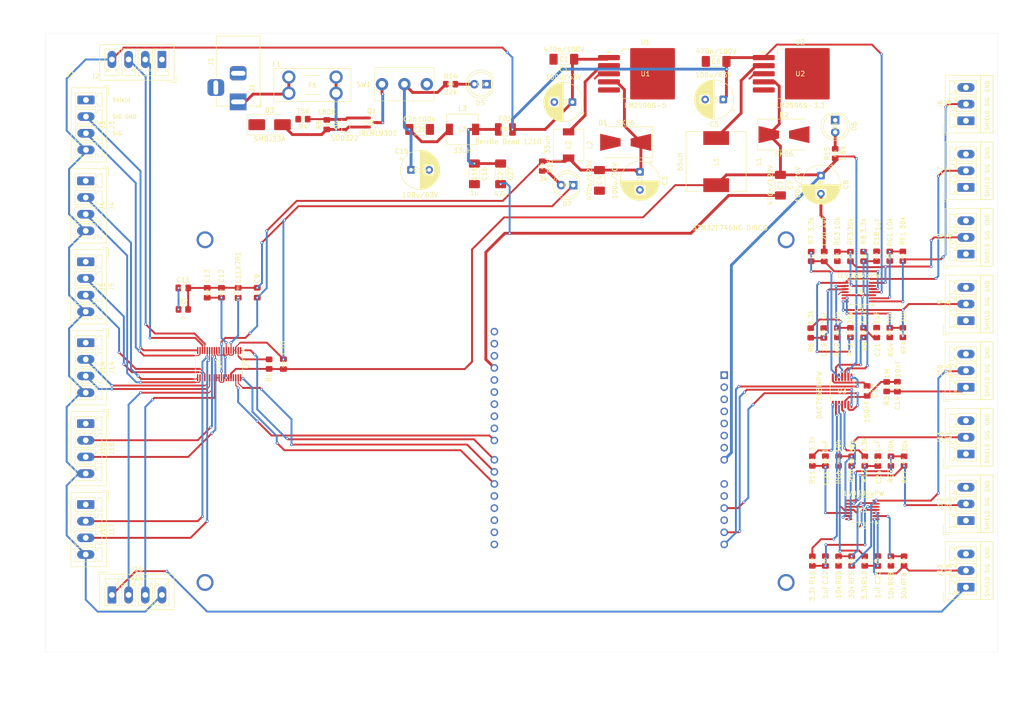
<source format=kicad_pcb>
(kicad_pcb (version 20241229) (generator "pcbnew") (generator_version "9.0")
  (layers (0 "F.Cu" signal "Front") (4 "In1.Cu" signal) (6 "In2.Cu" signal) (2 "B.Cu" signal "Back") (13 "F.Paste" user) (15 "B.Paste" user) (5 "F.SilkS" user "F.Silkscreen") (7 "B.SilkS" user "B.Silkscreen") (1 "F.Mask" user) (3 "B.Mask" user) (25 "Edge.Cuts" user))
  (net 0 "")
  (net 1 "+24V")
  (net 2 "GND")
  (net 3 "+5V")
  (net 4 "+3.3V")
  (net 5 "Net-(U7-REFIO)")
  (net 6 "Net-(U7-REFCAP)")
  (net 7 "GNDA")
  (net 8 "Net-(SW1-B)")
  (net 9 "Net-(C16-Pad1)")
  (net 10 "Net-(U3-VREFIN{slash}VREFOUT)")
  (net 11 "Net-(U5A-+)")
  (net 12 "Net-(U5C-+)")
  (net 13 "Net-(U5B-+)")
  (net 14 "Net-(U5D-+)")
  (net 15 "Net-(U6B-+)")
  (net 16 "Net-(U6D-+)")
  (net 17 "Net-(U6C-+)")
  (net 18 "Net-(U6A-+)")
  (net 19 "Net-(D3-A2)")
  (net 20 "Net-(F1-Pad1)")
  (net 21 "Net-(J2-SIG)")
  (net 22 "Net-(J3-SIG)")
  (net 23 "Net-(J4-SIG)")
  (net 24 "Net-(J5-SIG)")
  (net 25 "Net-(J6-GND)")
  (net 26 "Net-(J7-GND)")
  (net 27 "Net-(J8-GND)")
  (net 28 "Net-(J9-GND)")
  (net 29 "Net-(J10-GND)")
  (net 30 "Net-(J11-GND)")
  (net 31 "Net-(J12-GND)")
  (net 32 "Net-(J13-GND)")
  (net 33 "Net-(J14-SIG)")
  (net 34 "Net-(J15-SIG)")
  (net 35 "Net-(J16-SIG)")
  (net 36 "Net-(J17-SIG)")
  (net 37 "Net-(U2-OUT)")
  (net 38 "Net-(U1-OUT)")
  (net 39 "Net-(D4-A)")
  (net 40 "Net-(Q1-D)")
  (net 41 "Net-(U7-~{RST{slash}PD})")
  (net 42 "Net-(U3-VOUTB)")
  (net 43 "Net-(U3-VOUTC)")
  (net 44 "Net-(U3-VOUTA)")
  (net 45 "Net-(U3-VOUTD)")
  (net 46 "Net-(U3-VOUTE)")
  (net 47 "Net-(U3-VOUTF)")
  (net 48 "Net-(U3-VOUTG)")
  (net 49 "Net-(U3-VOUTH)")
  (net 50 "Net-(D5-A)")
  (net 51 "Net-(D6-A)")
  (net 52 "Net-(D7-A)")
  (net 53 "Net-(U5A--)")
  (net 54 "Net-(U5C--)")
  (net 55 "Net-(U5B--)")
  (net 56 "Net-(U5D--)")
  (net 57 "Net-(U6B--)")
  (net 58 "Net-(U6D--)")
  (net 59 "Net-(U6C--)")
  (net 60 "Net-(U6A--)")
  (net 62 "Net-(A1-D6)")
  (net 63 "Net-(A1-D8)")
  (net 64 "Net-(A1-D5)")
  (net 67 "SCK_OUT")
  (net 79 "Net-(A1-D7)")
  (net 82 "MOSI_OUT")
  (net 89 "NSS_OUT")
  (net 91 "Net-(J2-GND)")
  (net 92 "Net-(J3-GND)")
  (net 93 "Net-(J4-GND)")
  (net 94 "Net-(J5-GND)")
  (net 95 "Net-(J14-GND)")
  (net 96 "Net-(J15-GND)")
  (net 97 "Net-(J16-GND)")
  (net 98 "Net-(J17-GND)")
  (footprint "Connector_Phoenix_MC:PhoenixContact_MCV_1,5_4-G-3.5_1x04_P3.50mm_Vertical" (layer "F.Cu") (at 39.5 62 -90)
    (property "Reference" "J4")
    (property "Value" "Signal_connector")
  )
  (footprint "Resistor_SMD:R_0805_2012Metric_Pad1.20x1.40mm_HandSolder" (layer "F.Cu") (at 202.8 93.875 90)
    (property "Reference" "R9")
    (property "Value" "3.3k")
  )
  (footprint "Connector_Phoenix_MC:PhoenixContact_MCV_1,5_4-G-3.5_1x04_P3.50mm_Vertical" (layer "F.Cu") (at 45 149)
    (property "Reference" "J15")
    (property "Value" "Signal_connector")
  )
  (footprint "Inductor_SMD:L_6.3x6.3_H3" (layer "F.Cu") (at 140.875 54.45 -90)
    (property "Reference" "L2")
    (property "Value" "33uH")
  )
  (footprint "Fuse:Fuseholder_Blade_Mini_Keystone_3568" (layer "F.Cu") (at 82.1375 40.19)
    (property "Reference" "F1")
    (property "Value" "PPTC 1.1A/30V")
  )
  (footprint "Resistor_SMD:R_0805_2012Metric_Pad1.20x1.40mm_HandSolder" (layer "F.Cu") (at 85.1 49.025 180)
    (property "Reference" "R4")
    (property "Value" "75K")
  )
  (footprint "Capacitor_SMD:C_0805_2012Metric_Pad1.18x1.45mm_HandSolder" (layer "F.Cu") (at 59.9625 84.5)
    (property "Reference" "C11")
    (property "Value" "10nF")
  )
  (footprint "Resistor_SMD:R_0805_2012Metric_Pad1.20x1.40mm_HandSolder" (layer "F.Cu") (at 191.8 77.875 -90)
    (property "Reference" "R7")
    (property "Value" "3.3k")
  )
  (footprint "Resistor_SMD:R_0805_2012Metric_Pad1.20x1.40mm_HandSolder" (layer "F.Cu") (at 78 100.5 90)
    (property "Reference" "R1")
    (property "Value" "10k")
  )
  (footprint "Package_SO:TSSOP-14_4.4x5mm_P0.65mm" (layer "F.Cu") (at 201.8 85.375 180)
    (property "Reference" "U5")
    (property "Value" "TLV9304xPW")
  )
  (footprint "Capacitor_SMD:C_0805_2012Metric_Pad1.18x1.45mm_HandSolder" (layer "F.Cu") (at 194.55 77.875 90)
    (property "Reference" "C20")
    (property "Value" "1uF")
  )
  (footprint "Resistor_SMD:R_0805_2012Metric_Pad1.20x1.40mm_HandSolder" (layer "F.Cu") (at 208.3 93.875 -90)
    (property "Reference" "RG4")
    (property "Value" "10k")
  )
  (footprint "Connector_Phoenix_MC:PhoenixContact_MCV_1,5_3-G-3.5_1x03_P3.50mm_Vertical" (layer "F.Cu") (at 224.3 133.375 90)
    (property "Reference" "J12")
    (property "Value" "OUT_Signal_connector" (hide yes))
  )
  (footprint "Inductor_SMD:L_12x12mm_H4.5mm" (layer "F.Cu") (at 171.85 57.95 -90)
    (property "Reference" "L1")
    (property "Value" "65uH")
  )
  (footprint "Resistor_SMD:R_0805_2012Metric_Pad1.20x1.40mm_HandSolder" (layer "F.Cu") (at 200.05 77.875 -90)
    (property "Reference" "RF3")
    (property "Value" "30k")
  )
  (footprint "Resistor_SMD:R_0805_2012Metric_Pad1.20x1.40mm_HandSolder" (layer "F.Cu") (at 208.55 120.875 -90)
    (property "Reference" "RG7")
    (property "Value" "10k")
  )
  (footprint "Resistor_SMD:R_0805_2012Metric_Pad1.20x1.40mm_HandSolder" (layer "F.Cu") (at 211.05 93.875 -90)
    (property "Reference" "RF4")
    (property "Value" "30k")
  )
  (footprint "Capacitor_SMD:C_1808_4520Metric_Pad1.72x2.30mm_HandSolder" (layer "F.Cu") (at 147.35 61.897349 -90)
    (property "Reference" "C4" (hide yes))
    (property "Value" "470n/120V")
  )
  (footprint "Package_SO:TSSOP-14_4.4x5mm_P0.65mm" (layer "F.Cu") (at 202.55 131.125 180)
    (property "Reference" "U6")
    (property "Value" "TLV9304xPW")
  )
  (footprint "Diode_SMD:D_SMB-SMC_Universal_Handsoldering" (layer "F.Cu") (at 152.85 53.9 180)
    (property "Reference" "D1")
    (property "Value" "SK56")
  )
  (footprint "Capacitor_SMD:C_1808_4520Metric_Pad1.72x2.30mm_HandSolder" (layer "F.Cu") (at 139.875 36.45 180)
    (property "Reference" "C1")
    (property "Value" "470n/100V")
  )
  (footprint "Capacitor_SMD:C_1808_4520Metric_Pad1.72x2.30mm_HandSolder" (layer "F.Cu") (at 171.85 36.9 180)
    (property "Reference" "C6" (hide yes))
    (property "Value" "470n/100V")
  )
  (footprint "Capacitor_THT:CP_Radial_D8.0mm_P3.80mm" (layer "F.Cu") (at 141.677651 45.45 180)
    (property "Reference" "C2" (hide yes))
    (property "Value" "100u/63V")
  )
  (footprint "Connector_Phoenix_MC:PhoenixContact_MCV_1,5_4-G-3.5_1x04_P3.50mm_Vertical" (layer "F.Cu") (at 39.5 113 -90)
    (property "Reference" "J16")
    (property "Value" "Signal_connector")
  )
  (footprint "Resistor_SMD:R_0805_2012Metric_Pad1.20x1.40mm_HandSolder" (layer "F.Cu") (at 203.05 141.875 -90)
    (property "Reference" "R13")
    (property "Value" "3.3k")
  )
  (footprint "Connector_Phoenix_MC:PhoenixContact_MCV_1,5_4-G-3.5_1x04_P3.50mm_Vertical" (layer "F.Cu") (at 39.5 96 -90)
    (property "Reference" "J14")
    (property "Value" "Signal_connector")
  )
  (footprint "Resistor_SMD:R_0805_2012Metric_Pad1.20x1.40mm_HandSolder" (layer "F.Cu") (at 191.7 93.95 -90)
    (property "Reference" "R6")
    (property "Value" "3.3k")
  )
  (footprint "Capacitor_SMD:C_0805_2012Metric_Pad1.18x1.45mm_HandSolder" (layer "F.Cu") (at 203.55 106.125 -90)
    (property "Reference" "C17")
    (property "Value" "150nF")
  )
  (footprint "Diode_SMD:D_SOD-323F" (layer "F.Cu") (at 94.1 50.19 90)
    (property "Reference" "D4")
    (property "Value" "SOD322")
  )
  (footprint "własne:STM32F7_DISCO" (layer "F.Cu") (at 173.55 101.375 -90)
    (property "Reference" "A1" (hide yes))
    (property "Value" "STM32F746NG DISCO")
  )
  (footprint "Resistor_SMD:R_0805_2012Metric_Pad1.20x1.40mm_HandSolder" (layer "F.Cu") (at 197.55 141.875 -90)
    (property "Reference" "RG5")
    (property "Value" "10k")
  )
  (footprint "Resistor_SMD:R_0805_2012Metric_Pad1.20x1.40mm_HandSolder" (layer "F.Cu") (at 135.35 58.9 -90)
    (property "Reference" "R16")
    (property "Value" "3k")
  )
  (footprint "Resistor_SMD:R_0805_2012Metric_Pad1.20x1.40mm_HandSolder" (layer "F.Cu") (at 211.3 120.875 -90)
    (property "Reference" "RF7")
    (property "Value" "30k")
  )
  (footprint "Capacitor_SMD:C_0805_2012Metric_Pad1.18x1.45mm_HandSolder" (layer "F.Cu") (at 68 85.5 90)
    (property "Reference" "C12")
    (property "Value" "1uF")
  )
  (footprint "Capacitor_THT:CP_Radial_D8.0mm_P3.80mm" (layer "F.Cu") (at 173.35 44.9 180)
    (property "Reference" "C5")
    (property "Value" "100u/63V")
  )
  (footprint "Connector_Phoenix_MC:PhoenixContact_MCV_1,5_3-G-3.5_1x03_P3.50mm_Vertical" (layer "F.Cu") (at 224.3 91.375 90)
    (property "Reference" "J9")
    (property "Value" "OUT_Signal_connector" (hide yes))
  )
  (footprint "Capacitor_THT:CP_Radial_D8.0mm_P3.80mm" (layer "F.Cu") (at 193.85 60.9 -90)
    (property "Reference" "C8")
    (property "Value" "100u/20V")
  )
  (footprint "Resistor_SMD:R_0805_2012Metric_Pad1.20x1.40mm_HandSolder" (layer "F.Cu") (at 202.8 77.875 -90)
    (property "Reference" "R8")
    (property "Value" "3.3k")
  )
  (footprint "Connector_Phoenix_MC:PhoenixContact_MCV_1,5_4-G-3.5_1x04_P3.50mm_Vertical" (layer "F.Cu") (at 39.55 45 -90)
    (property "Reference" "J3")
    (property "Value" "Signal_connector")
  )
  (footprint "Capacitor_SMD:C_0805_2012Metric_Pad1.18x1.45mm_HandSolder" (layer "F.Cu") (at 75.5 85.5 -90)
    (property "Reference" "C9")
    (property "Value" "1uF")
  )
  (footprint "Diode_SMD:D_SMB_Handsoldering" (layer "F.Cu") (at 78.1 50.19)
    (property "Reference" "D3")
    (property "Value" "SMBJ33A")
  )
  (footprint "slide_switches:SLW-1276864-4A-D_FOOTPRINT" (layer "F.Cu") (at 106.4 41.69)
    (property "Reference" "SW1")
    (property "Value" "SLW-1276864-4A-D")
  )
  (footprint "Capacitor_SMD:C_0805_2012Metric_Pad1.18x1.45mm_HandSolder" (layer "F.Cu") (at 205.8 141.875 90)
    (property "Reference" "C25")
    (property "Value" "1uF")
  )
  (footprint "Connector_BarrelJack:BarrelJack_Horizontal" (layer "F.Cu") (at 71.5075 45.4 -90)
    (property "Reference" "J1")
    (property "Value" "DC_Jack_5.5x2.1mm")
  )
  (footprint "Capacitor_SMD:C_0805_2012Metric_Pad1.18x1.45mm_HandSolder" (layer "F.Cu") (at 205.8 120.875 90)
    (property "Reference" "C24")
    (property "Value" "1uF")
  )
  (footprint "Resistor_SMD:R_0805_2012Metric_Pad1.20x1.40mm_HandSolder" (layer "F.Cu") (at 90.1 50.19 90)
    (property "Reference" "R5")
    (property "Value" "180K")
  )
  (footprint "Capacitor_THT:CP_Radial_D8.0mm_P3.80mm" (layer "F.Cu") (at 107.797349 59.69)
    (property "Reference" "C15")
    (property "Value" "100u/63V")
  )
  (footprint "Resistor_SMD:R_0805_2012Metric_Pad1.20x1.40mm_HandSolder" (layer "F.Cu") (at 200.05 93.875 -90)
    (property "Reference" "RF2")
    (property "Value" "30k")
  )
  (footprint "Resistor_SMD:R_0805_2012Metric_Pad1.20x1.40mm_HandSolder" (layer "F.Cu") (at 196.85 56.275 90)
    (property "Reference" "R15")
    (property "Value" "1.5k")
  )
  (footprint "LED_THT:LED_D5.0mm_Clear" (layer "F.Cu") (at 141.85 62.9 180)
    (property "Reference" "D7")
    (property "Value" "LED")
  )
  (footprint "Capacitor_SMD:C_0805_2012Metric_Pad1.18x1.45mm_HandSolder" (layer "F.Cu") (at 71.5 85.5 90)
    (property "Reference" "C11X7R1")
    (property "Value" "10uF")
  )
  (footprint "Capacitor_SMD:C_1808_4520Metric_Pad1.72x2.30mm_HandSolder" (layer "F.Cu") (at 126.6 60.5275 -90)
    (property "Reference" "C27")
    (property "Value" "47u")
  )
  (footprint "Connector_Phoenix_MC:PhoenixContact_MCV_1,5_4-G-3.5_1x04_P3.50mm_Vertical" (layer "F.Cu") (at 39.5 79 -90)
    (property "Reference" "J5")
    (property "Value" "Signal_connector")
  )
  (footprint "Capacitor_THT:CP_Radial_D8.0mm_P3.80mm" (layer "F.Cu") (at 155.85 60.097349 -90)
    (property "Reference" "C3")
    (property "Value" "100u/20V")
  )
  (footprint "Capacitor_SMD:C_0805_2012Metric_Pad1.18x1.45mm_HandSolder" (layer "F.Cu") (at 65 85.5 90)
    (property "Reference" "C13")
    (property "Value" "10uF")
  )
  (footprint "własne:dac" (layer "F.Cu") (at 198.3 106.125 -90)
    (property "Reference" "U3")
    (property "Value" "DAC7568IAPW")
  )
  (footprint "Resistor_SMD:R_0805_2012Metric_Pad1.20x1.40mm_HandSolder" (layer "F.Cu") (at 197.55 120.875 -90)
    (property "Reference" "RG6")
    (property "Value" "10k")
  )
  (footprint "Resistor_SMD:R_0805_2012Metric_Pad1.20x1.40mm_HandSolder" (layer "F.Cu") (at 203.05 120.875 -90)
    (property "Reference" "R12")
    (property "Value" "3.3k")
  )
  (footprint "Inductor_SMD:L_1210_3225Metric_Pad1.42x2.65mm_HandSolder" (layer "F.Cu") (at 127.6 51.19)
    (property "Reference" "FB1")
    (property "Value" "Ferrite Bead 1210")
  )
  (footprint "Connector_Phoenix_MC:PhoenixContact_MCV_1,5_4-G-3.5_1x04_P3.50mm_Vertical" (layer "F.Cu") (at 55.5 36.5 180)
    (property "Reference" "J2")
    (property "Value" "Signal_connector" (hide yes))
  )
  (footprint "Package_SO:TSSOP-38_4.4x9.7mm_P0.5mm" (layer "F.Cu") (at 67.5 100.5 -90)
    (property "Reference" "U7")
    (property "Value" "ADS8688")
  )
  (footprint "Resistor_SMD:R_0805_2012Metric_Pad1.20x1.40mm_HandSolder" (layer "F.Cu") (at 116.1 41.69)
    (property "Reference" "R14")
    (property "Value" "22k")
  )
  (footprint "Resistor_SMD:R_0805_2012Metric_Pad1.20x1.40mm_HandSolder" (layer "F.Cu") (at 197.3 77.875 -90)
    (property "Reference" "RG3")
    (property "Value" "10k")
  )
  (footprint "Resistor_SMD:R_0805_2012Metric_Pad1.20x1.40mm_HandSolder" (layer "F.Cu") (at 207.65 105.2375 90)
    (property "Reference" "R3")
    (property "Value" "1M")
  )
  (footprint "Connector_Phoenix_MC:PhoenixContact_MCV_1,5_3-G-3.5_1x03_P3.50mm_Vertical" (layer "F.Cu") (at 224.3 77.375 90)
    (property "Reference" "J8")
    (property "Value" "OUT_Signal_connector" (hide yes))
  )
  (footprint "Package_TO_SOT_SMD:SOT-23" (layer "F.Cu") (at 99.5375 49.74)
    (property "Reference" "Q1")
    (property "Value" "IRLML9301")
  )
  (footprint "Connector_Phoenix_MC:PhoenixContact_MCV_1,5_3-G-3.5_1x03_P3.50mm_Vertical" (layer "F.Cu") (at 224.3 119.375 90)
    (property "Reference" "J11")
    (property "Value" "OUT_Signal_connector" (hide yes))
  )
  (footprint "Connector_Phoenix_MC:PhoenixContact_MCV_1,5_3-G-3.5_1x03_P3.50mm_Vertical" (layer "F.Cu") (at 224.3 105.375 90)
    (property "Reference" "J10")
    (property "Value" "OUT_Signal_connector" (hide yes))
  )
  (footprint "Resistor_SMD:R_0805_2012Metric_Pad1.20x1.40mm_HandSolder" (layer "F.Cu") (at 192.05 141.875 -90)
    (property "Reference" "R10")
    (property "Value" "3.3k")
  )
  (footprint "Package_TO_SOT_SMD:TO-263-5_TabPin3" (layer "F.Cu") (at 189.5 39.5)
    (property "Reference" "U2")
    (property "Value" "LM2596S-3.3")
  )
  (footprint "Resistor_SMD:R_0805_2012Metric_Pad1.20x1.40mm_HandSolder" (layer "F.Cu") (at 211.3 141.875 -90)
    (property "Reference" "RF8")
    (property "Value" "30k")
  )
  (footprint "Capacitor_SMD:C_1808_4520Metric_Pad1.72x2.30mm_HandSolder" (layer "F.Cu") (at 121.1 60.5275 -90)
    (property "Reference" "C16")
    (property "Value" "1u")
  )
  (footprint "Inductor_SMD:L_6.3x6.3_H3" (layer "F.Cu") (at 118.6 51.19)
    (property "Reference" "L3")
    (property "Value" "33uH")
  )
  (footprint "Resistor_SMD:R_0805_2012Metric_Pad1.20x1.40mm_HandSolder" (layer "F.Cu") (at 200.3 141.875 -90)
    (property "Reference" "RF5")
    (property "Value" "30k")
  )
  (footprint "Connector_Phoenix_MC:PhoenixContact_MCV_1,5_3-G-3.5_1x03_P3.50mm_Vertical" (layer "F.Cu") (at 224.3 63.375 90)
    (property "Reference" "J7")
    (property "Value" "OUT_Signal_connector" (hide yes))
  )
  (footprint "Diode_SMD:D_SMB-SMC_Universal_Handsoldering" (layer "F.Cu") (at 186.1 52.275)
    (property "Reference" "D2")
    (property "Value" "SK56")
  )
  (footprint "Connector_Phoenix_MC:PhoenixContact_MCV_1,5_4-G-3.5_1x04_P3.50mm_Vertical" (layer "F.Cu") (at 39.5 130 -90)
    (property "Reference" "J17")
    (property "Value" "Signal_connector")
  )
  (footprint "Resistor_SMD:R_0805_2012Metric_Pad1.20x1.40mm_HandSolder" (layer "F.Cu") (at 200.3 120.875 -90)
    (property "Reference" "RF6")
    (property "Value" "30k")
  )
  (footprint "Capacitor_SMD:C_0805_2012Metric_Pad1.18x1.45mm_HandSolder" (layer "F.Cu") (at 209.9 105.2375 90)
    (property "Reference" "C14")
    (property "Value" "10nF")
  )
  (footprint "Resistor_SMD:R_0805_2012Metric_Pad1.20x1.40mm_HandSolder" (layer "F.Cu") (at 197.3 93.875 -90)
    (property "Reference" "RG2")
    (property "Value" "10k")
  )
  (footprint "Resistor_SMD:R_0805_2012Metric_Pad1.20x1.40mm_HandSolder" (layer "F.Cu") (at 208.3 77.8375 -90)
    (property "Reference" "RG1")
    (property "Value" "10k")
  )
  (footprint "Connector_Phoenix_MC:PhoenixContact_MCV_1,5_3-G-3.5_1x03_P3.50mm_Vertical" (layer "F.Cu") (at 224.3 49.375 90)
    (property "Reference" "J6")
    (property "Value" "OUT_Signal_connector" (hide yes))
  )
  (footprint "LED_THT:LED_D5.0mm_Clear" (layer "F.Cu") (at 196.85 49.235 -90)
    (property "Reference" "D6")
    (property "Value" "LED")
  )
  (footprint "Capacitor_SMD:C_0805_2012Metric_Pad1.18x1.45mm_HandSolder" (layer "F.Cu") (at 194.8 120.875 90)
    (property "Reference" "C23")
    (property "Value" "1uF")
  )
  (footprint "Capacitor_SMD:C_0805_2012Metric_Pad1.18x1.45mm_HandSolder" (layer "F.Cu") (at 205.55 93.875 90)
    (property "Reference" "C21")
    (property "Value" "1uF")
  )
  (footprint "Resistor_SMD:R_0805_2012Metric_Pad1.20x1.40mm_HandSolder" (layer "F.Cu") (at 192.05 120.875 -90)
    (property "Reference" "R11")
    (property "Value" "3.3k")
  )
  (footprint "Package_TO_SOT_SMD:TO-263-5_TabPin3" (layer "F.Cu") (at 157 39.5)
    (property "Reference" "U1")
    (property "Value" "LM2596S-5")
  )
  (footprint "Capacitor_SMD:C_0805_2012Metric_Pad1.18x1.45mm_HandSolder" (layer "F.Cu") (at 205.55 77.8375 90)
    (property "Reference" "C18")
    (property "Value" "1uF")
  )
  (footprint "Capacitor_SMD:C_0805_2012Metric_Pad1.18x1.45mm_HandSolder" (layer "F.Cu") (at 81 100.5 90)
    (property "Reference" "C10")
    (property "Value" "10uF")
  )
  (footprint "Resistor_SMD:R_0805_2012Metric_Pad1.20x1.40mm_HandSolder" (layer "F.Cu") (at 208.55 141.875 -90)
    (property "Reference" "RG8")
    (property "Value" "10k")
  )
  (footprint "Connector_Phoenix_MC:PhoenixContact_MCV_1,5_3-G-3.5_1x03_P3.50mm_Vertical" (layer "F.Cu") (at 224.3 147.375 90)
    (property "Reference" "J13")
    (property "Value" "OUT_Signal_connector" (hide yes))
  )
  (footprint "Capacitor_SMD:C_1808_4520Metric_Pad1.72x2.30mm_HandSolder" (layer "F.Cu") (at 109.6 51.19)
    (property "Reference" "C26")
    (property "Value" "100n")
  )
  (footprint "Capacitor_SMD:C_1808_4520Metric_Pad1.72x2.30mm_HandSolder" (layer "F.Cu") (at 185.35 62.9 -90)
    (property "Reference" "C7")
    (property "Value" "470n/120V")
  )
  (footprint "Capacitor_SMD:C_0805_2012Metric_Pad1.18x1.45mm_HandSolder" (layer "F.Cu") (at 194.45 93.95 90)
    (property "Reference" "C19")
    (property "Value" "1uF")
  )
  (footprint "Resistor_SMD:R_0805_2012Metric_Pad1.20x1.40mm_HandSolder" (layer "F.Cu") (at 211.05 77.8375 -90)
    (property "Reference" "RF1")
    (property "Value" "30k")
  )
  (footprint "Resistor_SMD:R_0805_2012Metric_Pad1.20x1.40mm_HandSolder" (layer "F.Cu") (at 59.9825 89.005)
    (property "Reference" "R2")
    (property "Value" "1M")
  )
  (footprint "LED_THT:LED_D5.0mm_Clear" (layer "F.Cu") (at 123.64 41.69 180)
    (property "Reference" "D5")
    (property "Value" "LED")
  )
  (footprint "Capacitor_SMD:C_0805_2012Metric_Pad1.18x1.45mm_HandSolder" (layer "F.Cu") (at 194.8 141.875 90)
    (property "Reference" "C22")
    (property "Value" "1uF")
  )
  (gr_rect (start 227.41 95.815) (end 230 107.925) (stroke (width 0.1524)) (fill no) (layer "F.SilkS"))
  (gr_rect (start 227.41 67.815) (end 230 79.925) (stroke (width 0.1524)) (fill no) (layer "F.SilkS"))
  (gr_rect (start 227.41 53.815) (end 230 65.925) (stroke (width 0.1524)) (fill no) (layer "F.SilkS"))
  (gr_rect (start 227.41 81.815) (end 230 93.925) (stroke (width 0.1524)) (fill no) (layer "F.SilkS"))
  (gr_rect (start 227.41 39.815) (end 230 51.925) (stroke (width 0.1524)) (fill no) (layer "F.SilkS"))
  (gr_rect (start 227.41 123.815) (end 230 135.925) (stroke (width 0.1524)) (fill no) (layer "F.SilkS"))
  (gr_rect (start 227.41 109.815) (end 230 121.925) (stroke (width 0.1524)) (fill no) (layer "F.SilkS"))
  (gr_rect (start 227.41 137.815) (end 230 149.925) (stroke (width 0.1524)) (fill no) (layer "F.SilkS"))
  (gr_rect (start 31 31) (end 231 161) (stroke (width 0.0381)) (fill no) (layer "Edge.Cuts"))
  (gr_text "SIG" (at 229.25 46.5 90) (layer "F.SilkS") (effects (font (size 0.8128 0.8128) (thickness 0.1524) (bold yes)) (justify left bottom)))
  (gr_text "GND\n" (at 229.25 57.5 90) (layer "F.SilkS") (effects (font (size 0.8128 0.8128) (thickness 0.1524) (bold yes)) (justify left bottom)))
  (gr_text "SIG" (at 229.25 74.5 90) (layer "F.SilkS") (effects (font (size 0.8128 0.8128) (thickness 0.1524) (bold yes)) (justify left bottom)))
  (gr_text "SHIELD" (at 229.25 135.5 90) (layer "F.SilkS") (effects (font (size 0.8128 0.8128) (thickness 0.1524) (bold yes)) (justify left bottom)))
  (gr_text "SHIELD" (at 229.25 149.5 90) (layer "F.SilkS") (effects (font (size 0.8128 0.8128) (thickness 0.1524) (bold yes)) (justify left bottom)))
  (gr_text "GND\n" (at 229.25 113.5 90) (layer "F.SilkS") (effects (font (size 0.8128 0.8128) (thickness 0.1524) (bold yes)) (justify left bottom)))
  (gr_text "SHIELD" (at 229.25 107.5 90) (layer "F.SilkS") (effects (font (size 0.8128 0.8128) (thickness 0.1524) (bold yes)) (justify left bottom)))
  (gr_text "GND\n" (at 229.25 99.5 90) (layer "F.SilkS") (effects (font (size 0.8128 0.8128) (thickness 0.1524) (bold yes)) (justify left bottom)))
  (gr_text "SHIELD" (at 229.25 65.5 90) (layer "F.SilkS") (effects (font (size 0.8128 0.8128) (thickness 0.1524) (bold yes)) (justify left bottom)))
  (gr_text "SIG" (at 229.25 60.5 90) (layer "F.SilkS") (effects (font (size 0.8128 0.8128) (thickness 0.1524) (bold yes)) (justify left bottom)))
  (gr_text "SIG" (at 45 52.5 0) (layer "F.SilkS") (effects (font (size 0.8128 0.8128) (thickness 0.1524) (bold yes)) (justify left bottom)))
  (gr_text "SIG" (at 229.25 102.5 90) (layer "F.SilkS") (effects (font (size 0.8128 0.8128) (thickness 0.1524) (bold yes)) (justify left bottom)))
  (gr_text "GND\n" (at 229.25 127.5 90) (layer "F.SilkS") (effects (font (size 0.8128 0.8128) (thickness 0.1524) (bold yes)) (justify left bottom)))
  (gr_text "SHIELD" (at 229.25 121.5 90) (layer "F.SilkS") (effects (font (size 0.8128 0.8128) (thickness 0.1524) (bold yes)) (justify left bottom)))
  (gr_text "SHIELD" (at 229.25 79.5 90) (layer "F.SilkS") (effects (font (size 0.8128 0.8128) (thickness 0.1524) (bold yes)) (justify left bottom)))
  (gr_text "GND\n" (at 229.25 71.5 90) (layer "F.SilkS") (effects (font (size 0.8128 0.8128) (thickness 0.1524) (bold yes)) (justify left bottom)))
  (gr_text "SHIELD" (at 229.25 51.5 90) (layer "F.SilkS") (effects (font (size 0.8128 0.8128) (thickness 0.1524) (bold yes)) (justify left bottom)))
  (gr_text "GND\n" (at 229.25 141.5 90) (layer "F.SilkS") (effects (font (size 0.8128 0.8128) (thickness 0.1524) (bold yes)) (justify left bottom)))
  (gr_text "SIG" (at 229.25 144.5 90) (layer "F.SilkS") (effects (font (size 0.8128 0.8128) (thickness 0.1524) (bold yes)) (justify left bottom)))
  (gr_text "Shield\n" (at 45 45.5 0) (layer "F.SilkS") (effects (font (size 0.8128 0.8128) (thickness 0.1524) (bold yes)) (justify left bottom)))
  (gr_text "GND\n" (at 229.25 43.5 90) (layer "F.SilkS") (effects (font (size 0.8128 0.8128) (thickness 0.1524) (bold yes)) (justify left bottom)))
  (gr_text "SIG" (at 229.25 88.5 90) (layer "F.SilkS") (effects (font (size 0.8128 0.8128) (thickness 0.1524) (bold yes)) (justify left bottom)))
  (gr_text "GND\n" (at 229.25 85.5 90) (layer "F.SilkS") (effects (font (size 0.8128 0.8128) (thickness 0.1524) (bold yes)) (justify left bottom)))
  (gr_text "SIG" (at 229.25 130.5 90) (layer "F.SilkS") (effects (font (size 0.8128 0.8128) (thickness 0.1524) (bold yes)) (justify left bottom)))
  (gr_text "SHIELD" (at 229.25 93.5 90) (layer "F.SilkS") (effects (font (size 0.8128 0.8128) (thickness 0.1524) (bold yes)) (justify left bottom)))
  (gr_text "SIG" (at 229.25 116.5 90) (layer "F.SilkS") (effects (font (size 0.8128 0.8128) (thickness 0.1524) (bold yes)) (justify left bottom)))
  (gr_text "SIG GND" (at 45 49 0) (layer "F.SilkS") (effects (font (size 0.8128 0.8128) (thickness 0.1524) (bold yes)) (justify left bottom)))
  (segment (start 129.0875 51.19) (end 135.937651 51.19) (width 0.6) (layer "F.Cu") (net 1))
  (segment (start 149 36.45) (end 149.35 36.1) (width 0.6) (layer "F.Cu") (net 1))
  (segment (start 202.4 131.375) (end 202.65 131.125) (width 0.4) (layer "F.Cu") (net 1))
  (segment (start 141.677651 36.809849) (end 142.0375 36.45) (width 0.6) (layer "F.Cu") (net 1))
  (segment (start 174.8125 36.1) (end 174.0125 36.9) (width 0.6) (layer "F.Cu") (net 1))
  (segment (start 202.65 131.125) (end 205.4125 131.125) (width 0.4) (layer "F.Cu") (net 1))
  (segment (start 202.4 131.5) (end 202.4 131.375) (width 0.4) (layer "F.Cu") (net 1))
  (segment (start 174.0125 38.4375) (end 174.1 38.525) (width 0.6) (layer "F.Cu") (net 1))
  (segment (start 142.0375 36.45) (end 149 36.45) (width 0.6) (layer "F.Cu") (net 1))
  (segment (start 204.6625 85.375) (end 206.55 85.375) (width 0.4) (layer "F.Cu") (net 1))
  (segment (start 135.937651 51.19) (end 141.677651 45.45) (width 0.6) (layer "F.Cu") (net 1))
  (segment (start 202.4 134.2) (end 201.9335 134.6665) (width 0.4) (layer "F.Cu") (net 1))
  (segment (start 47.5 34) (end 45 36.5) (width 0.4) (layer "F.Cu") (net 1))
  (segment (start 174.0125 36.9) (end 174.0125 44.2375) (width 0.6) (layer "F.Cu") (net 1))
  (segment (start 206.55 35.375) (end 204.55 33.375) (width 0.4) (layer "F.Cu") (net 1))
  (segment (start 204.55 33.375) (end 185.5 33.375) (width 0.4) (layer "F.Cu") (net 1))
  (segment (start 174.0125 44.2375) (end 173.35 44.9) (width 0.6) (layer "F.Cu") (net 1))
  (segment (start 128 35) (end 127 34) (width 0.4) (layer "F.Cu") (net 1))
  (segment (start 181.85 36.1) (end 174.8125 36.1) (width 0.6) (layer "F.Cu") (net 1))
  (segment (start 141.677651 45.45) (end 141.677651 36.809849) (width 0.6) (layer "F.Cu") (net 1))
  (segment (start 184.575 33.375) (end 181.85 36.1) (width 0.4) (layer "F.Cu") (net 1))
  (segment (start 185.5 33.375) (end 184.575 33.375) (width 0.4) (layer "F.Cu") (net 1))
  (segment (start 127 34) (end 47.5 34) (width 0.4) (layer "F.Cu") (net 1))
  (segment (start 174.0125 36.9) (end 174.0125 38.4375) (width 0.6) (layer "F.Cu") (net 1))
  (via (at 206.55 35.375) (size 0.6) (drill 0.3) (layers "F.Cu" "B.Cu") (net 1))
  (via (at 202.4 131.5) (size 0.6) (drill 0.3) (layers "F.Cu" "B.Cu") (net 1))
  (via (at 202.4 134.2) (size 0.6) (drill 0.3) (layers "F.Cu" "B.Cu") (net 1))
  (via (at 206.55 85.375) (size 0.6) (drill 0.3) (layers "F.Cu" "B.Cu") (net 1))
  (via (at 174.1 38.525) (size 0.6) (drill 0.3) (layers "F.Cu" "B.Cu") (net 1))
  (via (at 129.0875 51.19) (size 0.6) (drill 0.3) (layers "F.Cu" "B.Cu") (net 1))
  (via (at 128 35) (size 0.6) (drill 0.3) (layers "F.Cu" "B.Cu") (net 1))
  (segment (start 39.55 55.5) (end 35.5 51.45) (width 0.4) (layer "B.Cu") (net 1))
  (segment (start 129.0875 51.19) (end 129.0875 49.0375) (width 0.6) (layer "B.Cu") (net 1))
  (segment (start 35.5 51.45) (end 35.5 40.5) (width 0.4) (layer "B.Cu") (net 1))
  (segment (start 39.55 55.95) (end 36 59.5) (width 0.4) (layer "B.Cu") (net 1))
  (segment (start 129.0875 36.0875) (end 128 35) (width 0.4) (layer "B.Cu") (net 1))
  (segment (start 39.5 72.5) (end 36 76) (width 0.4) (layer "B.Cu") (net 1))
  (segment (start 35.5 40.5) (end 39.5 36.5) (width 0.4) (layer "B.Cu") (net 1))
  (segment (start 55.5 149) (end 52 152.5) (width 0.4) (layer "B.Cu") (net 1))
  (segment (start 35.5 121) (end 38 123.5) (width 0.4) (layer "B.Cu") (net 1))
  (segment (start 206.55 85.375) (end 206.6 85.325) (width 0.4) (layer "B.Cu") (net 1))
  (segment (start 38 123.5) (end 39.5 123.5) (width 0.4) (layer "B.Cu") (net 1))
  (segment (start 36 93) (end 36 103) (width 0.4) (layer "B.Cu") (net 1))
  (segment (start 129.1 51.2025) (end 129.0875 51.19) (width 0.4) (layer "B.Cu") (net 1))
  (segment (start 39.5 150) (end 39.5 140.5) (width 0.4) (layer "B.Cu") (net 1))
  (segment (start 38.5 106.5) (end 39.5 106.5) (width 0.4) (layer "B.Cu") (net 1))
  (segment (start 206.6 35.425) (end 206.55 35.375) (width 0.4) (layer "B.Cu") (net 1))
  (segment (start 36 76) (end 36 86) (width 0.4) (layer "B.Cu") (net 1))
  (segment (start 36 59.5) (end 36 69) (width 0.4) (layer "B.Cu") (net 1))
  (segment (start 39.5 140.5) (end 35.5 136.5) (width 0.4) (layer "B.Cu") (net 1))
  (segment (start 39.5 89.5) (end 36 93) (width 0.4) (layer "B.Cu") (net 1))
  (segment (start 35.5 136.5) (end 35.5 126.5) (width 0.4) (layer "B.Cu") (net 1))
  (segment (start 202.4 131.5) (end 202.4 134.2) (width 0.4) (layer "B.Cu") (net 1))
  (segment (start 35.5 126.5) (end 35.5 126) (width 0.4) (layer "B.Cu") (net 1))
  (segment (start 129.0875 49.0375) (end 139.6 38.525) (width 0.6) (layer "B.Cu") (net 1))
  (segment (start 39.55 55.5) (end 39.55 55.95) (width 0.4) (layer "B.Cu") (net 1))
  (segment (start 36 69) (end 39.5 72.5) (width 0.4) (layer "B.Cu") (net 1))
  (segment (start 206.6 85.325) (end 206.6 35.425) (width 0.4) (layer "B.Cu") (net 1))
  (segment (start 39.5 36.5) (end 45 36.5) (width 0.4) (layer "B.Cu") (net 1))
  (segment (start 139.6 38.525) (end 174.1 38.525) (width 0.6) (layer "B.Cu") (net 1))
  (segment (start 35.5 121) (end 35.5 109.5) (width 0.4) (layer "B.Cu") (net 1))
  (segment (start 36 103) (end 39.5 106.5) (width 0.4) (layer "B.Cu") (net 1))
  (segment (start 35.5 126) (end 36.5 125) (width 0.4) (layer "B.Cu") (net 1))
  (segment (start 36.5 125) (end 38 123.5) (width 0.4) (layer "B.Cu") (net 1))
  (segment (start 52 152.5) (end 42 152.5) (width 0.4) (layer "B.Cu") (net 1))
  (segment (start 129.0875 51.19) (end 129.0875 36.0875) (width 0.4) (layer "B.Cu") (net 1))
  (segment (start 42 152.5) (end 39.5 150) (width 0.4) (layer "B.Cu") (net 1))
  (segment (start 35.5 109.5) (end 38.5 106.5) (width 0.4) (layer "B.Cu") (net 1))
  (segment (start 36 86) (end 39.5 89.5) (width 0.4) (layer "B.Cu") (net 1))
  (segment (start 206.475 104.2375) (end 203.55 107.1625) (width 0.4) (layer "F.Cu") (net 2))
  (segment (start 203.3125 107.4) (end 199.760001 107.4) (width 0.4) (layer "F.Cu") (net 2))
  (segment (start 203.55 107.1625) (end 203.3125 107.4) (width 0.4) (layer "F.Cu") (net 2))
  (segment (start 199.6875 131.125) (end 198.725 131.125) (width 0.4) (layer "F.Cu") (net 2))
  (segment (start 81 99.4625) (end 81 99.5) (width 0.4) (layer "F.Cu") (net 2))
  (segment (start 61 84.5) (end 61 88.9875) (width 0.4) (layer "F.Cu") (net 2))
  (segment (start 84.145 67.328) (end 137.422 67.328) (width 0.4) (layer "F.Cu") (net 2))
  (segment (start 69.728001 98.603) (end 70.271999 98.603) (width 0.2) (layer "F.Cu") (net 2))
  (segment (start 67 97.6375) (end 67 98.374999) (width 0.2) (layer "F.Cu") (net 2))
  (segment (start 199.760001 107.4) (end 198.95 108.210001) (width 0.4) (layer "F.Cu") (net 2))
  (segment (start 71.916213 95.983788) (end 77.521288 95.983788) (width 0.4) (layer "F.Cu") (net 2))
  (segment (start 68.5 103.3625) (end 69.472 103.3625) (width 0.4) (layer "F.Cu") (net 2))
  (segment (start 209.8625 104.2375) (end 209.9 104.2) (width 0.4) (layer "F.Cu") (net 2))
  (segment (start 194.55 70) (end 193.85 69.3) (width 0.6) (layer "F.Cu") (net 2))
  (segment (start 166.5625 73) (end 127.5 73) (width 0.6) (layer "F.Cu") (net 2))
  (segment (start 123.5 77) (end 123.5 99.505) (width 0.6) (layer "F.Cu") (net 2))
  (segment (start 70.271999 98.603) (end 70.5 98.374999) (width 0.2) (layer "F.Cu") (net 2))
  (segment (start 81 70.473) (end 84.145 67.328) (width 0.4) (layer "F.Cu") (net 2))
  (segment (start 67.5 103.3625) (end 67.5 104.030586) (width 0.2) (layer "F.Cu") (net 2))
  (segment (start 76.473 75) (end 81 70.473) (width 0.4) (layer "F.Cu") (net 2))
  (segment (start 198.025 85.375) (end 197.5 85.9) (width 0.2) (layer "F.Cu") (net 2))
  (segment (start 77.521288 95.983788) (end 81 99.4625) (width 0.4) (layer "F.Cu") (net 2))
  (segment (start 67.228001 98.603) (end 68.271999 98.603) (width 0.2) (layer "F.Cu") (net 2))
  (segment (start 68.728001 98.603) (end 68.5 98.374999) (width 0.2) (layer "F.Cu") (net 2))
  (segment (start 70.5 98.374999) (end 70.5 97.6375) (width 0.2) (layer "F.Cu") (net 2))
  (segment (start 69.202586 98.603) (end 68.728001 98.603) (width 0.2) (layer "F.Cu") (net 2))
  (segment (start 149.35 39.5) (end 147.375 39.5) (width 0.4) (layer "F.Cu") (net 2))
  (segment (start 61 84.5) (end 64.9625 84.5) (width 0.4) (layer "F.Cu") (net 2))
  (segment (start 71 96.900001) (end 71.916213 95.983788) (width 0.2) (layer "F.Cu") (net 2))
  (segment (start 149.35 39.5) (end 147.625 39.5) (width 0.4) (layer "F.Cu") (net 2))
  (segment (start 193.85 69.3) (end 193.85 64.7) (width 0.6) (layer "F.Cu") (net 2))
  (segment (start 65 84.4625) (end 75.5 84.4625) (width 0.4) (layer "F.Cu") (net 2))
  (segment (start 68.5 98.374999) (end 68.5 97.6375) (width 0.2) (layer "F.Cu") (net 2))
  (segment (start 207.65 104.2375) (end 209.8625 104.2375) (width 0.4) (layer "F.Cu") (net 2))
  (segment (start 179.875 39.5) (end 178.85 40.525) (width 0.4) (layer "F.Cu") (net 2))
  (segment (start 67 103.3625) (end 67.5 103.3625) (width 0.2) (layer "F.Cu") (net 2))
  (segment (start 174.5 65.0625) (end 166.5625 73) (width 0.6) (layer "F.Cu") (net 2))
  (segment (start 67 98.374999) (end 67.228001 98.603) (width 0.2) (layer "F.Cu") (net 2))
  (segment (start 68.5 97.6375) (end 68.5 98.784846) (width 0.2) (layer "F.Cu") (net 2))
  (segment (start 67.797414 104.328) (end 68.271999 104.328) (width 0.2) (layer "F.Cu") (net 2))
  (segment (start 64.9625 84.5) (end 65 84.4625) (width 0.4) (layer "F.Cu") (net 2))
  (segment (start 71 97.6375) (end 71 96.900001) (width 0.2) (layer "F.Cu") (net 2))
  (segment (start 181.85 39.5) (end 179.875 39.5) (width 0.4) (layer "F.Cu") (net 2))
  (segment (start 69.5 97.6375) (end 69.5 98.374999) (width 0.2) (layer "F.Cu") (net 2))
  (segment (start 68.271999 98.603) (end 68.5 98.374999) (width 0.2) (layer "F.Cu") (net 2))
  (segment (start 123.5 99.505) (end 125.29 101.295) (width 0.6) (layer "F.Cu") (net 2))
  (segment (start 207.65 104.2375) (end 206.475 104.2375) (width 0.4) (layer "F.Cu") (net 2))
  (segment (start 70.5 97.6375) (end 71 97.6375) (width 0.2) (layer "F.Cu") (net 2))
  (segment (start 137.422 67.328) (end 141.85 62.9) (width 0.4) (layer "F.Cu") (net 2))
  (segment (start 200.725 131.125) (end 201.3 131.7) (width 0.4) (layer "F.Cu") (net 2))
  (segment (start 68.5 98.784846) (end 68.8 99.084846) (width 0.2) (layer "F.Cu") (net 2))
  (segment (start 199.6875 131.125) (end 200.725 131.125) (width 0.4) (layer "F.Cu") (net 2))
  (segment (start 67.5 104.030586) (end 67.797414 104.328) (width 0.2) (layer "F.Cu") (net 2))
  (segment (start 198.9375 85.375) (end 198.025 85.375) (width 0.2) (layer "F.Cu") (net 2))
  (segment (start 69.5 97.6375) (end 69.5 98.305586) (width 0.2) (layer "F.Cu") (net 2))
  (segment (start 198.725 131.125) (end 198.1 130.5) (width 0.4) (layer "F.Cu") (net 2))
  (segment (start 68.5 104.099999) (end 68.5 103.3625) (width 0.2) (layer "F.Cu") (net 2))
  (segment (start 69.5 98.374999) (end 69.728001 98.603) (width 0.2) (layer "F.Cu") (net 2))
  (segment (start 198.95 108.210001) (end 198.95 108.995) (width 0.4) (layer "F.Cu") (net 2))
  (segment (start 68.271999 104.328) (end 68.5 104.099999) (width 0.2) (layer "F.Cu") (net 2))
  (segment (start 69.5 98.305586) (end 69.202586 98.603) (width 0.2) (layer "F.Cu") (net 2))
  (segment (start 127.5 73) (end 123.5 77) (width 0.6) (layer "F.Cu") (net 2))
  (segment (start 194.55 70) (end 194.55 76.8375) (width 0.6) (layer "F.Cu") (net 2))
  (segment (start 61 88.9875) (end 60.9825 89.005) (width 0.4) (layer "F.Cu") (net 2))
  (segment (start 147.375 39.5) (end 146.35 40.525) (width 0.4) (layer "F.Cu") (net 2))
  (segment (start 185.35 65.0625) (end 174.5 65.0625) (width 0.6) (layer "F.Cu") (net 2))
  (via (at 126.6 62.69) (size 0.6) (drill 0.3) (layers "F.Cu" "B.Cu") (net 2))
  (via (at 76.473 75) (size 0.6) (drill 0.3) (layers "F.Cu" "B.Cu") (net 2))
  (via (at 81 99.5) (size 0.6) (drill 0.3) (layers "F.Cu" "B.Cu") (net 2))
  (via (at 68.8 99.084846) (size 0.6) (drill 0.3) (layers "F.Cu" "B.Cu") (net 2))
  (via (at 81.2365 70.2365) (size 0.6) (drill 0.3) (layers "F.Cu" "B.Cu") (net 2))
  (via (at 69 103.3625) (size 0.6) (drill 0.3) (layers "F.Cu" "B.Cu") (net 2))
  (via (at 128.5 73) (size 0.6) (drill 0.3) (layers "F.Cu" "B.Cu") (net 2))
  (via (at 75.5 84.4625) (size 0.6) (drill 0.3) (layers "F.Cu" "B.Cu") (net 2))
  (segment (start 69 103.3625) (end 68.8 103.1625) (width 0.4) (layer "B.Cu") (net 2))
  (segment (start 76.5 83.4625) (end 76.5 75.027) (width 0.4) (layer "B.Cu") (net 2))
  (segment (start 81 99.5) (end 81 70.473) (width 0.4) (layer "B.Cu") (net 2))
  (segment (start 128.5 73) (end 128.5 63.2) (width 0.4) (layer "B.Cu") (net 2))
  (segment (start 75.5 84.4625) (end 76.5 83.4625) (width 0.4) (layer "B.Cu") (net 2))
  (segment (start 126.5 62.59) (end 126.6 62.69) (width 0.4) (layer "B.Cu") (net 2))
  (segment (start 68.8 103.1625) (end 68.8 99.084846) (width 0.4) (layer "B.Cu") (net 2))
  (segment (start 76.5 75.027) (end 76.473 75) (width 0.4) (layer "B.Cu") (net 2))
  (segment (start 128.5 63.2) (end 127.8 62.5) (width 0.4) (layer "B.Cu") (net 2))
  (segment (start 127.8 62.5) (end 126.5 62.5) (width 0.4) (layer "B.Cu") (net 2))
  (segment (start 126.5 62.5) (end 126.5 62.59) (width 0.4) (layer "B.Cu") (net 2))
  (segment (start 68 103.3625) (end 68 102) (width 0.2) (layer "F.Cu") (net 3))
  (segment (start 155.172349 60.097349) (end 154.809849 59.734849) (width 0.6) (layer "F.Cu") (net 3))
  (segment (start 150.965764 41.2) (end 149.35 41.2) (width 0.6) (layer "F.Cu") (net 3))
  (segment (start 152.6 42.834236) (end 150.965764 41.2) (width 0.6) (layer "F.Cu") (net 3))
  (segment (start 68 97.6375) (end 68 96.253295) (width 0.2) (layer "F.Cu") (net 3))
  (segment (start 156.05 53.9) (end 152.6 50.45) (width 0.6) (layer "F.Cu") (net 3))
  (segment (start 68.8 95) (end 68 95.8) (width 0.4) (layer "F.Cu") (net 3))
  (segment (start 68 95.8) (end 68 96.253295) (width 0.4) (layer "F.Cu") (net 3))
  (segment (start 152.6 50.45) (end 152.6 42.834236) (width 0.6) (layer "F.Cu") (net 3))
  (segment (start 127.05 66.2) (end 135.35 57.9) (width 0.4) (layer "F.Cu") (net 3))
  (segment (start 147.35 59.734849) (end 143.409849 59.734849) (width 0.6) (layer "F.Cu") (net 3))
  (segment (start 140.175 57.9) (end 140.875 57.2) (width 0.6) (layer "F.Cu") (net 3))
  (segment (start 135.35 57.9) (end 140.175 57.9) (width 0.6) (layer "F.Cu") (net 3))
  (segment (start 77.5 72.5) (end 83.8 66.2) (width 0.4) (layer "F.Cu") (net 3))
  (segment (start 74 94) (end 73 95) (width 0.4) (layer "F.Cu") (net 3))
  (segment (start 143.409849 59.734849) (end 140.875 57.2) (width 0.6) (layer "F.Cu") (net 3))
  (segment (start 156.05 59.897349) (end 155.85 60.097349) (width 0.6) (layer "F.Cu") (net 3))
  (segment (start 155.85 60.097349) (end 155.172349 60.097349) (width 0.6) (layer "F.Cu") (net 3))
  (segment (start 154.809849 59.734849) (end 147.35 59.734849) (width 0.6) (layer "F.Cu") (net 3))
  (segment (start 156.05 53.9) (end 156.05 59.897349) (width 0.6) (layer "F.Cu") (net 3))
  (segment (start 73 95) (end 68.8 95) (width 0.4) (layer "F.Cu") (net 3))
  (segment (start 83.8 66.2) (end 127.05 66.2) (width 0.4) (layer "F.Cu") (net 3))
  (via (at 77.5 72.5) (size 0.6) (drill 0.3) (layers "F.Cu" "B.Cu") (net 3))
  (via (at 75.5 86.5375) (size 0.6) (drill 0.3) (layers "F.Cu" "B.Cu") (net 3))
  (via (at 68 102) (size 0.6) (drill 0.3) (layers "F.Cu" "B.Cu") (net 3))
  (via (at 68 96.253295) (size 0.6) (drill 0.3) (layers "F.Cu" "B.Cu") (net 3))
  (via (at 74 94) (size 0.6) (drill 0.3) (layers "F.Cu" "B.Cu") (net 3))
  (segment (start 77.5 72.5) (end 77.5 84.5375) (width 0.4) (layer "B.Cu") (net 3))
  (segment (start 68 96.253295) (end 68 102) (width 0.4) (layer "B.Cu") (net 3))
  (segment (start 77.5 84.5375) (end 75.5 86.5375) (width 0.4) (layer "B.Cu") (net 3))
  (segment (start 75.5 86.5375) (end 75.5 92.5) (width 0.4) (layer "B.Cu") (net 3))
  (segment (start 75.5 92.5) (end 74 94) (width 0.4) (layer "B.Cu") (net 3))
  (segment (start 197.25 56.875) (end 196.85 57.275) (width 0.4) (layer "F.Cu") (net 4))
  (segment (start 119.5 101.1) (end 120.6 100) (width 0.4) (layer "F.Cu") (net 4))
  (segment (start 70 103.3625) (end 70 102.5) (width 0.4) (layer "F.Cu") (net 4))
  (segment (start 78.5 101.5) (end 78.5375 101.5375) (width 0.4) (layer "F.Cu") (net 4))
  (segment (start 182.9 52.275) (end 185.35 54.725) (width 0.6) (layer "F.Cu") (net 4))
  (segment (start 120.6 100) (end 119.0625 101.5375) (width 0.4) (layer "F.Cu") (net 4))
  (segment (start 185.35 54.725) (end 185.35 60.7375) (width 0.6) (layer "F.Cu") (net 4))
  (segment (start 78.5375 101.5375) (end 81 101.5375) (width 0.4) (layer "F.Cu") (net 4))
  (segment (start 185.35 60.7375) (end 193.6875 60.7375) (width 0.6) (layer "F.Cu") (net 4))
  (segment (start 171.85 62.9) (end 163.276658 62.9) (width 0.4) (layer "F.Cu") (net 4))
  (segment (start 185.1 42.15) (end 185.1 50.075) (width 0.6) (layer "F.Cu") (net 4))
  (segment (start 200.8 56.875) (end 197.25 56.875) (width 0.4) (layer "F.Cu") (net 4))
  (segment (start 193.6875 60.7375) (end 193.85 60.9) (width 0.6) (layer "F.Cu") (net 4))
  (segment (start 127.323342 69.676658) (end 120.6 76.4) (width 0.4) (layer "F.Cu") (net 4))
  (segment (start 184.15 41.2) (end 185.1 42.15) (width 0.6) (layer "F.Cu") (net 4))
  (segment (start 120.6 100) (end 120.6 76.4) (width 0.4) (layer "F.Cu") (net 4))
  (segment (start 78 101.5) (end 78.5 101.5) (width 0.4) (layer "F.Cu") (net 4))
  (segment (start 119.0625 101.5375) (end 81 101.5375) (width 0.4) (layer "F.Cu") (net 4))
  (segment (start 181.85 41.2) (end 184.15 41.2) (width 0.6) (layer "F.Cu") (net 4))
  (segment (start 185.35 60.7375) (end 174.0125 60.7375) (width 0.6) (layer "F.Cu") (net 4))
  (segment (start 196.85 57.9) (end 193.85 60.9) (width 0.6) (layer "F.Cu") (net 4))
  (segment (start 70 102.5) (end 71 101.5) (width 0.4) (layer "F.Cu") (net 4))
  (segment (start 71 101.5) (end 78 101.5) (width 0.4) (layer "F.Cu") (net 4))
  (segment (start 196.85 57.275) (end 196.85 57.9) (width 0.6) (layer "F.Cu") (net 4))
  (segment (start 174.0125 60.7375) (end 171.85 62.9) (width 0.6) (layer "F.Cu") (net 4))
  (segment (start 185.1 50.075) (end 182.9 52.275) (width 0.6) (layer "F.Cu") (net 4))
  (segment (start 163.276658 62.9) (end 156.5 69.676658) (width 0.4) (layer "F.Cu") (net 4))
  (segment (start 199.6 102.125) (end 199.6 103.255) (width 0.4) (layer "F.Cu") (net 4))
  (segment (start 156.5 69.676658) (end 127.323342 69.676658) (width 0.4) (layer "F.Cu") (net 4))
  (segment (start 201.3 57.375) (end 200.8 56.875) (width 0.4) (layer "F.Cu") (net 4))
  (segment (start 171.1 62.9) (end 171.85 62.9) (width 0.4) (layer "F.Cu") (net 4))
  (via (at 199.6 102.125) (size 0.6) (drill 0.3) (layers "F.Cu" "B.Cu") (net 4))
  (via (at 201.3 57.375) (size 0.6) (drill 0.3) (layers "F.Cu" "B.Cu") (net 4))
  (segment (start 173.55 120.595) (end 175.05 119.095) (width 0.6) (layer "B.Cu") (net 4))
  (segment (start 189.1 65.65) (end 193.85 60.9) (width 0.6) (layer "B.Cu") (net 4))
  (segment (start 201.3 59.881) (end 201.3 57.375) (width 0.4) (layer "B.Cu") (net 4))
  (segment (start 201.297 59.884) (end 201.3 59.881) (width 0.4) (layer "B.Cu") (net 4))
  (segment (start 199.6 101.825) (end 201.297 100.128) (width 0.4) (layer "B.Cu") (net 4))
  (segment (start 199.6 102.125) (end 199.6 101.825) (width 0.4) (layer "B.Cu") (net 4))
  (segment (start 175.05 119.095) (end 175.05 79.7) (width 0.6) (layer "B.Cu") (net 4))
  (segment (start 201.297 100.128) (end 201.297 59.884) (width 0.4) (layer "B.Cu") (net 4))
  (segment (start 175.05 79.7) (end 189.1 65.65) (width 0.6) (layer "B.Cu") (net 4))
  (segment (start 70 97.6375) (end 70 96) (width 0.2) (layer "F.Cu") (net 5))
  (segment (start 71.5 86.5375) (end 71 87.0375) (width 0.4) (layer "F.Cu") (net 5))
  (via (at 71.5 86.5375) (size 0.6) (drill 0.3) (layers "F.Cu" "B.Cu") (net 5))
  (via (at 70 96) (size 0.6) (drill 0.3) (layers "F.Cu" "B.Cu") (net 5))
  (segment (start 71.5 94.5) (end 70 96) (width 0.4) (layer "B.Cu") (net 5))
  (segment (start 71.5 86.5375) (end 71.5 94.5) (width 0.4) (layer "B.Cu") (net 5))
  (segment (start 69 97.6375) (end 69 96) (width 0.2) (layer "F.Cu") (net 6))
  (segment (start 69 96) (end 68.95 95.95) (width 0.2) (layer "F.Cu") (net 6))
  (segment (start 65 86.5375) (end 68 86.5375) (width 0.4) (layer "F.Cu") (net 6))
  (via (at 68.95 95.95) (size 0.6) (drill 0.3) (layers "F.Cu" "B.Cu") (net 6))
  (via (at 68 86.5375) (size 0.6) (drill 0.3) (layers "F.Cu" "B.Cu") (net 6))
  (segment (start 68 95) (end 68 86.5375) (width 0.4) (layer "B.Cu") (net 6))
  (segment (start 68.95 95.95) (end 68 95) (width 0.4) (layer "B.Cu") (net 6))
  (segment (start 223.4375 106.2375) (end 207.65 106.2375) (width 0.4) (layer "F.Cu") (net 7))
  (segment (start 50 144) (end 56.5 144) (width 0.4) (layer "F.Cu") (net 7))
  (segment (start 45 149) (end 50 144) (width 0.4) (layer "F.Cu") (net 7))
  (segment (start 58.925 84.5) (end 58.9775 84.5) (width 0.4) (layer "F.Cu") (net 7))
  (segment (start 224.3 105.375) (end 223.4375 106.2375) (width 0.4) (layer "F.Cu") (net 7))
  (segment (start 58.9775 84.5) (end 58.9825 84.505) (width 0.4) (layer "F.Cu") (net 7))
  (via (at 58.9825 89.005) (size 0.6) (drill 0.3) (layers "F.Cu" "B.Cu") (net 7))
  (via (at 58.9825 84.505) (size 0.6) (drill 0.3) (layers "F.Cu" "B.Cu") (net 7))
  (via (at 56.5 144) (size 0.6) (drill 0.3) (layers "F.Cu" "B.Cu") (net 7))
  (segment (start 224.3 147.375) (end 219.175 152.5) (width 0.4) (layer "B.Cu") (net 7))
  (segment (start 58.9825 84.505) (end 58.9825 89.005) (width 0.4) (layer "B.Cu") (net 7))
  (segment (start 219.175 152.5) (end 65 152.5) (width 0.4) (layer "B.Cu") (net 7))
  (segment (start 65 152.5) (end 56.5 144) (width 0.4) (layer "B.Cu") (net 7))
  (segment (start 108.128 43.418) (end 113.372 43.418) (width 0.6) (layer "F.Cu") (net 8))
  (segment (start 113.265 53.775) (end 110.0225 53.775) (width 0.6) (layer "F.Cu") (net 8))
  (segment (start 115.85 51.19) (end 113.265 53.775) (width 0.6) (layer "F.Cu") (net 8))
  (segment (start 107.4375 51.3625) (end 107.797349 51.722349) (width 0.6) (layer "F.Cu") (net 8))
  (segment (start 107.4375 51.19) (end 107.4375 51.3625) (width 0.6) (layer "F.Cu") (net 8))
  (segment (start 106.4 41.69) (end 108.128 43.418) (width 0.6) (layer "F.Cu") (net 8))
  (segment (start 110.0225 53.775) (end 107.4375 51.19) (width 0.6) (layer "F.Cu") (net 8))
  (segment (start 113.372 43.418) (end 115.1 41.69) (width 0.6) (layer "F.Cu") (net 8))
  (via (at 107.4375 51.19) (size 0.6) (drill 0.3) (layers "F.Cu" "B.Cu") (net 8))
  (segment (start 107.4375 51.19) (end 106.865 51.19) (width 0.6) (layer "B.Cu") (net 8))
  (segment (start 106.4 50.725) (end 106.4 41.69) (width 0.6) (layer "B.Cu") (net 8))
  (segment (start 106.865 51.19) (end 106.4 50.725) (width 0.6) (layer "B.Cu") (net 8))
  (segment (start 107.4375 51.19) (end 107.4375 51.4375) (width 0.6) (layer "B.Cu") (net 8))
  (segment (start 107.797349 51.797349) (end 107.797349 59.69) (width 0.6) (layer "B.Cu") (net 8))
  (segment (start 107.4375 51.4375) (end 107.797349 51.797349) (width 0.6) (layer "B.Cu") (net 8))
  (segment (start 126.1125 51.19) (end 121.35 51.19) (width 0.6) (layer "F.Cu") (net 9))
  (segment (start 126.6 58.365) (end 121.1 58.365) (width 0.6) (layer "F.Cu") (net 9))
  (segment (start 119.935 51.19) (end 119.85 51.275) (width 0.6) (layer "F.Cu") (net 9))
  (segment (start 121.35 51.19) (end 119.935 51.19) (width 0.6) (layer "F.Cu") (net 9))
  (via (at 119.85 51.275) (size 0.6) (drill 0.3) (layers "F.Cu" "B.Cu") (net 9))
  (via (at 121.1 58.365) (size 0.6) (drill 0.3) (layers "F.Cu" "B.Cu") (net 9))
  (segment (start 119.85 57.775) (end 119.85 51.275) (width 0.6) (layer "B.Cu") (net 9))
  (segment (start 120.44 58.365) (end 119.85 57.775) (width 0.6) (layer "B.Cu") (net 9))
  (segment (start 121.1 58.365) (end 120.44 58.365) (width 0.6) (layer "B.Cu") (net 9))
  (segment (start 203.55 105.0875) (end 202.8375 104.375) (width 0.4) (layer "F.Cu") (net 10))
  (segment (start 196.685001 104.375) (end 196.35 104.039999) (width 0.4) (layer "F.Cu") (net 10))
  (segment (start 196.35 104.039999) (end 196.35 103.255) (width 0.4) (layer "F.Cu") (net 10))
  (segment (start 202.8375 104.375) (end 196.685001 104.375) (width 0.4) (layer "F.Cu") (net 10))
  (segment (start 205.55 78.875) (end 202.8 78.875) (width 0.4) (layer "F.Cu") (net 11))
  (segment (start 202.801 85.692703) (end 203.133297 86.025) (width 0.4) (layer "F.Cu") (net 11))
  (segment (start 203.133297 86.025) (end 204.6625 86.025) (width 0.4) (layer "F.Cu") (net 11))
  (segment (start 202.8 78.875) (end 202.801 78.875) (width 0.4) (layer "F.Cu") (net 11))
  (via (at 202.801 85.692703) (size 0.6) (drill 0.3) (layers "F.Cu" "B.Cu") (net 11))
  (via (at 202.801 78.875) (size 0.6) (drill 0.3) (layers "F.Cu" "B.Cu") (net 11))
  (segment (start 202.801 78.875) (end 202.801 85.692703) (width 0.4) (layer "B.Cu") (net 11))
  (segment (start 191.7375 94.9875) (end 191.7 94.95) (width 0.4) (layer "F.Cu") (net 12))
  (segment (start 195.625 84.8) (end 195.3 85.125) (width 0.4) (layer "F.Cu") (net 12))
  (segment (start 198.8625 84.8) (end 198.9375 84.725) (width 0.4) (layer "F.Cu") (net 12))
  (segment (start 195.625 84.8) (end 198.8625 84.8) (width 0.4) (layer "F.Cu") (net 12))
  (segment (start 194.45 94.9875) (end 191.7375 94.9875) (width 0.4) (layer "F.Cu") (net 12))
  (via (at 194.45 94.9875) (size 0.6) (drill 0.3) (layers "F.Cu" "B.Cu") (net 12))
  (via (at 195.3 85.125) (size 0.6) (drill 0.3) (layers "F.Cu" "B.Cu") (net 12))
  (segment (start 195.3 93.875) (end 195.3 85.125) (width 0.4) (layer "B.Cu") (net 12))
  (segment (start 194.45 94.9875) (end 194.45 94.725) (width 0.4) (layer "B.Cu") (net 12))
  (segment (start 194.45 94.725) (end 195.3 93.875) (width 0.4) (layer "B.Cu") (net 12))
  (segment (start 204.573 84.725) (end 204.55 84.702) (width 0.4) (layer "F.Cu") (net 13))
  (segment (start 191.8 78.875) (end 194.5125 78.875) (width 0.4) (layer "F.Cu") (net 13))
  (segment (start 194.5125 78.875) (end 194.55 78.9125) (width 0.4) (layer "F.Cu") (net 13))
  (segment (start 205.8 81) (end 196.6375 81) (width 0.4) (layer "F.Cu") (net 13))
  (segment (start 204.6625 84.725) (end 205.7 84.725) (width 0.4) (layer "F.Cu") (net 13))
  (segment (start 205.7 84.725) (end 205.8 84.625) (width 0.4) (layer "F.Cu") (net 13))
  (segment (start 196.6375 81) (end 194.55 78.9125) (width 0.4) (layer "F.Cu") (net 13))
  (via (at 205.8 81) (size 0.6) (drill 0.3) (layers "F.Cu" "B.Cu") (net 13))
  (via (at 205.8 84.625) (size 0.6) (drill 0.3) (layers "F.Cu" "B.Cu") (net 13))
  (segment (start 205.8 84.625) (end 205.8 81) (width 0.4) (layer "B.Cu") (net 13))
  (segment (start 202.8 92.875) (end 204.8375 94.9125) (width 0.4) (layer "F.Cu") (net 14))
  (segment (start 202.2 86.025) (end 198.9375 86.025) (width 0.4) (layer "F.Cu") (net 14))
  (segment (start 204.8375 94.9125) (end 205.55 94.9125) (width 0.4) (layer "F.Cu") (net 14))
  (segment (start 202.55 86.375) (end 202.2 86.025) (width 0.4) (layer "F.Cu") (net 14))
  (via (at 202.55 86.375) (size 0.6) (drill 0.3) (layers "F.Cu" "B.Cu") (net 14))
  (via (at 202.8 92.875) (size 0.6) (drill 0.3) (layers "F.Cu" "B.Cu") (net 14))
  (segment (start 202.55 92.625) (end 202.55 86.375) (width 0.4) (layer "B.Cu") (net 14))
  (segment (start 202.8 92.875) (end 202.55 92.625) (width 0.4) (layer "B.Cu") (net 14))
  (segment (start 192.05 142.875) (end 194.7625 142.875) (width 0.4) (layer "F.Cu") (net 15))
  (segment (start 205.4125 130.475) (end 203.7 130.475) (width 0.4) (layer "F.Cu") (net 15))
  (segment (start 203.1 138.475) (end 194.9 138.475) (width 0.4) (layer "F.Cu") (net 15))
  (segment (start 194.7625 142.875) (end 194.8 142.9125) (width 0.4) (layer "F.Cu") (net 15))
  (via (at 194.8 142.9125) (size 0.6) (drill 0.3) (layers "F.Cu" "B.Cu") (net 15))
  (via (at 203.7 130.475) (size 0.6) (drill 0.3) (layers "F.Cu" "B.Cu") (net 15))
  (via (at 203.1 138.475) (size 0.6) (drill 0.3) (layers "F.Cu" "B.Cu") (net 15))
  (via (at 194.9 138.475) (size 0.6) (drill 0.3) (layers "F.Cu" "B.Cu") (net 15))
  (segment (start 194.9 138.475) (end 194.9 142.8125) (width 0.4) (layer "B.Cu") (net 15))
  (segment (start 203.7 130.475) (end 203.1 131.075) (width 0.4) (layer "B.Cu") (net 15))
  (segment (start 194.9 142.8125) (end 194.8 142.9125) (width 0.4) (layer "B.Cu") (net 15))
  (segment (start 203.1 131.075) (end 203.1 138.475) (width 0.4) (layer "B.Cu") (net 15))
  (segment (start 194.875 131.775) (end 199.6875 131.775) (width 0.4) (layer "F.Cu") (net 16))
  (segment (start 194.7625 121.875) (end 194.8 121.9125) (width 0.4) (layer "F.Cu") (net 16))
  (segment (start 194.8 121.9125) (end 194.8 122.125) (width 0.4) (layer "F.Cu") (net 16))
  (segment (start 192.05 121.875) (end 194.7625 121.875) (width 0.4) (layer "F.Cu") (net 16))
  (segment (start 194.8 131.7) (end 194.875 131.775) (width 0.4) (layer "F.Cu") (net 16))
  (via (at 194.8 131.7) (size 0.6) (drill 0.3) (layers "F.Cu" "B.Cu") (net 16))
  (via (at 194.8 122.125) (size 0.6) (drill 0.3) (layers "F.Cu" "B.Cu") (net 16))
  (segment (start 194.8 122.125) (end 194.8 131.7) (width 0.4) (layer "B.Cu") (net 16))
  (segment (start 202.7 130.475) (end 199.6875 130.475) (width 0.4) (layer "F.Cu") (net 17))
  (segment (start 203.0875 121.9125) (end 203.05 121.875) (width 0.4) (layer "F.Cu") (net 17))
  (segment (start 205.8 121.9125) (end 203.0875 121.9125) (width 0.4) (layer "F.Cu") (net 17))
  (via (at 202.7 130.475) (size 0.6) (drill 0.3) (layers "F.Cu" "B.Cu") (net 17))
  (via (at 203.05 121.875) (size 0.6) (drill 0.3) (layers "F.Cu" "B.Cu") (net 17))
  (segment (start 203.05 130.125) (end 203.05 121.875) (width 0.4) (layer "B.Cu") (net 17))
  (segment (start 202.7 130.475) (end 203.05 130.125) (width 0.4) (layer "B.Cu") (net 17))
  (segment (start 205.7625 142.875) (end 205.8 142.9125) (width 0.4) (layer "F.Cu") (net 18))
  (segment (start 203.05 142.875) (end 205.7625 142.875) (width 0.4) (layer "F.Cu") (net 18))
  (via (at 205.7625 142.875) (size 0.6) (drill 0.3) (layers "F.Cu" "B.Cu") (net 18))
  (via (at 205.4125 131.775) (size 0.6) (drill 0.3) (layers "F.Cu" "B.Cu") (net 18))
  (segment (start 205.7625 142.875) (end 205.7625 132.125) (width 0.4) (layer "B.Cu") (net 18))
  (segment (start 205.7625 132.125) (end 205.4125 131.775) (width 0.4) (layer "B.Cu") (net 18))
  (segment (start 94 51.19) (end 94.1 51.29) (width 0.6) (layer "F.Cu") (net 19))
  (segment (start 98.6 50.69) (end 94.7 50.69) (width 0.6) (layer "F.Cu") (net 19))
  (segment (start 80.8 50.19) (end 82.885 52.275) (width 0.6) (layer "F.Cu") (net 19))
  (segment (start 94.7 50.69) (end 94.1 51.29) (width 0.6) (layer "F.Cu") (net 19))
  (segment (start 82.885 52.275) (end 89.015 52.275) (width 0.6) (layer "F.Cu") (net 19))
  (segment (start 90.1 51.19) (end 92.0575 51.19) (width 0.6) (layer "F.Cu") (net 19))
  (segment (start 92.0575 40.19) (end 92.0575 43.59) (width 0.6) (layer "F.Cu") (net 19))
  (segment (start 89.015 52.275) (end 90.1 51.19) (width 0.6) (layer "F.Cu") (net 19))
  (segment (start 90.1 51.19) (end 94 51.19) (width 0.6) (layer "F.Cu") (net 19))
  (via (at 92.0575 51.19) (size 0.6) (drill 0.3) (layers "F.Cu" "B.Cu") (net 19))
  (segment (start 92.0575 51.19) (end 92.0575 43.59) (width 0.6) (layer "B.Cu") (net 19))
  (segment (start 82.1375 40.19) (end 82.1375 43.59) (width 0.6) (layer "F.Cu") (net 20))
  (segment (start 74.6325 43.775) (end 81.9525 43.775) (width 0.6) (layer "F.Cu") (net 20))
  (segment (start 81.9525 43.775) (end 82.1375 43.59) (width 0.6) (layer "F.Cu") (net 20))
  (segment (start 73.0075 45.4) (end 74.6325 43.775) (width 0.6) (layer "F.Cu") (net 20))
  (segment (start 52.0865 92.1135) (end 54.044569 94.071569) (width 0.4) (layer "F.Cu") (net 21))
  (segment (start 62.318274 94.071569) (end 64.528 96.281295) (width 0.4) (layer "F.Cu") (net 21))
  (segment (start 64.5 96.309295) (end 64.528 96.281295) (width 0.2) (layer "F.Cu") (net 21))
  (segment (start 64.5 97.6375) (end 64.5 96.309295) (width 0.2) (layer "F.Cu") (net 21))
  (segment (start 54.044569 94.071569) (end 62.318274 94.071569) (width 0.4) (layer "F.Cu") (net 21))
  (via (at 52.0865 92.1135) (size 0.6) (drill 0.3) (layers "F.Cu" "B.Cu") (net 21))
  (segment (start 52.0865 92.1135) (end 52.0865 40.0865) (width 0.4) (layer "B.Cu") (net 21))
  (segment (start 52.0865 40.0865) (end 48.5 36.5) (width 0.4) (layer "B.Cu") (net 21))
  (segment (start 51.703 98.703) (end 62.2 98.703) (width 0.4) (layer "F.Cu") (net 22))
  (segment (start 50.75 97.75) (end 51.703 98.703) (width 0.4) (layer "F.Cu") (net 22))
  (segment (start 63.5 97.6375) (end 63.5 98.374999) (width 0.2) (layer "F.Cu") (net 22))
  (segment (start 63.171999 98.703) (end 62.2 98.703) (width 0.2) (layer "F.Cu") (net 22))
  (segment (start 63.5 98.374999) (end 63.171999 98.703) (width 0.2) (layer "F.Cu") (net 22))
  (via (at 50.75 97.75) (size 0.6) (drill 0.3) (layers "F.Cu" "B.Cu") (net 22))
  (segment (start 50 62.45) (end 39.55 52) (width 0.4) (layer "B.Cu") (net 22))
  (segment (start 50 97) (end 50 62.45) (width 0.4) (layer "B.Cu") (net 22))
  (segment (start 50.75 97.75) (end 50 97) (width 0.4) (layer "B.Cu") (net 22))
  (segment (start 63.5 104.099999) (end 63.271999 104.328) (width 0.2) (layer "F.Cu") (net 23))
  (segment (start 63.271999 104.328) (end 62.4 104.328) (width 0.2) (layer "F.Cu") (net 23))
  (segment (start 63.5 103.3625) (end 63.5 104.099999) (width 0.2) (layer "F.Cu") (net 23))
  (segment (start 51 104.328) (end 62.4 104.328) (width 0.4) (layer "F.Cu") (net 23))
  (via (at 51 104.328) (size 0.6) (drill 0.3) (layers "F.Cu" "B.Cu") (net 23))
  (segment (start 48.2 102.4) (end 48.2 77.7) (width 0.4) (layer "B.Cu") (net 23))
  (segment (start 48.2 77.7) (end 39.5 69) (width 0.4) (layer "B.Cu") (net 23))
  (segment (start 51 104.328) (end 50.128 104.328) (width 0.4) (layer "B.Cu") (net 23))
  (segment (start 50.128 104.328) (end 48.2 102.4) (width 0.4) (layer "B.Cu") (net 23))
  (segment (start 47.473 99) (end 47.5 99) (width 0.4) (layer "F.Cu") (net 24))
  (segment (start 64.5 103.3625) (end 64.5 102.5) (width 0.2) (layer "F.Cu") (net 24))
  (segment (start 50 101.5) (end 63.5 101.5) (width 0.4) (layer "F.Cu") (net 24))
  (segment (start 47.5 99) (end 50 101.5) (width 0.4) (layer "F.Cu") (net 24))
  (segment (start 64.5 102.5) (end 63.5 101.5) (width 0.2) (layer "F.Cu") (net 24))
  (segment (start 46.5 98.027) (end 47.473 99) (width 0.4) (layer "F.Cu") (net 24))
  (via (at 46.5 98.027) (size 0.6) (drill 0.3) (layers "F.Cu" "B.Cu") (net 24))
  (segment (start 46.5 98.027) (end 46.5 93) (width 0.4) (layer "B.Cu") (net 24))
  (segment (start 46.5 93) (end 39.5 86) (width 0.4) (layer "B.Cu") (net 24))
  (segment (start 219.5 78) (end 219 78.5) (width 0.4) (layer "F.Cu") (net 25))
  (segment (start 211.05 78.8375) (end 211.05 78.875) (width 0.4) (layer "F.Cu") (net 25))
  (segment (start 211 87.325) (end 204.6625 87.325) (width 0.4) (layer "F.Cu") (net 25))
  (segment (start 219 78.5) (end 211.425 78.5) (width 0.4) (layer "F.Cu") (net 25))
  (segment (start 211.05 87.375) (end 211 87.325) (width 0.4) (layer "F.Cu") (net 25))
  (segment (start 220.625 45.875) (end 220 46.5) (width 0.4) (layer "F.Cu") (net 25))
  (segment (start 211.425 78.5) (end 211.05 78.875) (width 0.4) (layer "F.Cu") (net 25))
  (segment (start 224.3 45.875) (end 220.625 45.875) (width 0.4) (layer "F.Cu") (net 25))
  (via (at 211.05 87.375) (size 0.6) (drill 0.3) (layers "F.Cu" "B.Cu") (net 25))
  (via (at 211.05 78.875) (size 0.6) (drill 0.3) (layers "F.Cu" "B.Cu") (net 25))
  (via (at 219.5 78) (size 0.6) (drill 0.3) (layers "F.Cu" "B.Cu") (net 25))
  (via (at 220 46.5) (size 0.6) (drill 0.3) (layers "F.Cu" "B.Cu") (net 25))
  (segment (start 211.05 78.875) (end 211.05 87.375) (width 0.4) (layer "B.Cu") (net 25))
  (segment (start 219.5 78) (end 220 77.5) (width 0.4) (layer "B.Cu") (net 25))
  (segment (start 220 77.5) (end 220 46.5) (width 0.4) (layer "B.Cu") (net 25))
  (segment (start 224.3 59.875) (end 219.625 59.875) (width 0.4) (layer "F.Cu") (net 26))
  (segment (start 199.7625 82.6) (end 198.9375 83.425) (width 0.4) (layer "F.Cu") (net 26))
  (segment (start 217.9 82.6) (end 199.7625 82.6) (width 0.4) (layer "F.Cu") (net 26))
  (segment (start 218 82.5) (end 217.9 82.6) (width 0.4) (layer "F.Cu") (net 26))
  (segment (start 198.9375 83.425) (end 193.5 83.425) (width 0.4) (layer "F.Cu") (net 26))
  (segment (start 196.825 97.875) (end 199.8 97.875) (width 0.4) (layer "F.Cu") (net 26))
  (segment (start 193.05 97.875) (end 196.825 97.875) (width 0.4) (layer "F.Cu") (net 26))
  (segment (start 219.625 59.875) (end 218.5 61) (width 0.4) (layer "F.Cu") (net 26))
  (via (at 193.05 97.875) (size 0.6) (drill 0.3) (layers "F.Cu" "B.Cu") (net 26))
  (via (at 218 82.5) (size 0.6) (drill 0.3) (layers "F.Cu" "B.Cu") (net 26))
  (via (at 218.5 61) (size 0.6) (drill 0.3) (layers "F.Cu" "B.Cu") (net 26))
  (via (at 199.8 97.875) (size 0.6) (drill 0.3) (layers "F.Cu" "B.Cu") (net 26))
  (via (at 193.5 83.425) (size 0.6) (drill 0.3) (layers "F.Cu" "B.Cu") (net 26))
  (via (at 200.05 94.875) (size 0.6) (drill 0.3) (layers "F.Cu" "B.Cu") (net 26))
  (segment (start 218 82.5) (end 218.5 82) (width 0.4) (layer "B.Cu") (net 26))
  (segment (start 193.05 83.875) (end 193.5 83.425) (width 0.4) (layer "B.Cu") (net 26))
  (segment (start 218.5 82) (end 218.5 61) (width 0.4) (layer "B.Cu") (net 26))
  (segment (start 199.8 95.125) (end 200.05 94.875) (width 0.4) (layer "B.Cu") (net 26))
  (segment (start 199.8 97.875) (end 199.8 95.125) (width 0.4) (layer "B.Cu") (net 26))
  (segment (start 193.05 97.875) (end 193.05 83.875) (width 0.4) (layer "B.Cu") (net 26))
  (segment (start 204.6625 83.425) (end 207.3 83.425) (width 0.4) (layer "F.Cu") (net 27))
  (segment (start 217.625 73.875) (end 217 74.5) (width 0.4) (layer "F.Cu") (net 27))
  (segment (start 207.3 83.425) (end 207.4 83.325) (width 0.4) (layer "F.Cu") (net 27))
  (segment (start 206.9075 80.0135) (end 206.799 80.122) (width 0.4) (layer "F.Cu") (net 27))
  (segment (start 201.297 80.122) (end 200.05 78.875) (width 0.4) (layer "F.Cu") (net 27))
  (segment (start 224.3 73.875) (end 217.625 73.875) (width 0.4) (layer "F.Cu") (net 27))
  (segment (start 207.4135 80.0135) (end 207.427 80) (width 0.4) (layer "F.Cu") (net 27))
  (segment (start 207.4135 80.0135) (end 206.9075 80.0135) (width 0.4) (layer "F.Cu") (net 27))
  (segment (start 207.427 80) (end 217 80) (width 0.4) (layer "F.Cu") (net 27))
  (segment (start 206.799 80.122) (end 201.297 80.122) (width 0.4) (layer "F.Cu") (net 27))
  (via (at 207.4 83.325) (size 0.6) (drill 0.3) (layers "F.Cu" "B.Cu") (net 27))
  (via (at 207.4135 80.0135) (size 0.6) (drill 0.3) (layers "F.Cu" "B.Cu") (net 27))
  (via (at 217 74.5) (size 0.6) (drill 0.3) (layers "F.Cu" "B.Cu") (net 27))
  (via (at 217 80) (size 0.6) (drill 0.3) (layers "F.Cu" "B.Cu") (net 27))
  (segment (start 217 80) (end 217 74.5) (width 0.4) (layer "B.Cu") (net 27))
  (segment (start 207.4 83.325) (end 207.4 80.027) (width 0.4) (layer "B.Cu") (net 27))
  (segment (start 207.4 80.027) (end 207.4135 80.0135) (width 0.4) (layer "B.Cu") (net 27))
  (segment (start 211.05 94.875) (end 211.05 94.625) (width 0.4) (layer "F.Cu") (net 28))
  (segment (start 224.3 87.875) (end 212.3 87.875) (width 0.4) (layer "F.Cu") (net 28))
  (segment (start 212.3 87.875) (end 211.05 89.125) (width 0.4) (layer "F.Cu") (net 28))
  (segment (start 211.05 89.125) (end 198.798 89.125) (width 0.4) (layer "F.Cu") (net 28))
  (via (at 198.55 89.175) (size 0.6) (drill 0.3) (layers "F.Cu" "B.Cu") (net 28))
  (via (at 211.05 89.125) (size 0.6) (drill 0.3) (layers "F.Cu" "B.Cu") (net 28))
  (via (at 211.05 94.625) (size 0.6) (drill 0.3) (layers "F.Cu" "B.Cu") (net 28))
  (via (at 198.55 87.375) (size 0.6) (drill 0.3) (layers "F.Cu" "B.Cu") (net 28))
  (segment (start 211.05 94.625) (end 211.05 89.125) (width 0.4) (layer "B.Cu") (net 28))
  (segment (start 198.748 89.175) (end 198.55 89.175) (width 0.4) (layer "B.Cu") (net 28))
  (segment (start 198.55 89.175) (end 198.55 87.625) (width 0.4) (layer "B.Cu") (net 28))
  (segment (start 205.431656 129.155844) (end 205.4125 129.175) (width 0.4) (layer "F.Cu") (net 29))
  (segment (start 205.431656 129.092095) (end 205.431656 129.155844) (width 0.4) (layer "F.Cu") (net 29))
  (segment (start 218.5 127.6) (end 216.925 129.175) (width 0.4) (layer "F.Cu") (net 29))
  (segment (start 216.925 129.175) (end 205.4125 129.175) (width 0.4) (layer "F.Cu") (net 29))
  (segment (start 224.175 102) (end 224.3 101.875) (width 0.4) (layer "F.Cu") (net 29))
  (segment (start 220 102) (end 224.175 102) (width 0.4) (layer "F.Cu") (net 29))
  (via (at 220 102) (size 0.6) (drill 0.3) (layers "F.Cu" "B.Cu") (net 29))
  (via (at 200.3 142.875) (size 0.6) (drill 0.3) (layers "F.Cu" "B.Cu") (net 29))
  (via (at 205.431656 129.092095) (size 0.6) (drill 0.3) (layers "F.Cu" "B.Cu") (net 29))
  (via (at 218.5 127.6) (size 0.6) (drill 0.3) (layers "F.Cu" "B.Cu") (net 29))
  (segment (start 218.5 127.6) (end 218.5 103.5) (width 0.4) (layer "B.Cu") (net 29))
  (segment (start 205.431656 129.092095) (end 204.4 130.123751) (width 0.4) (layer "B.Cu") (net 29))
  (segment (start 204.4 130.123751) (end 204.4 138.775) (width 0.4) (layer "B.Cu") (net 29))
  (segment (start 218.5 103.5) (end 220 102) (width 0.4) (layer "B.Cu") (net 29))
  (segment (start 204.4 138.775) (end 200.3 142.875) (width 0.4) (layer "B.Cu") (net 29))
  (segment (start 200.3 121.875) (end 200.3 122.125) (width 0.4) (layer "F.Cu") (net 30))
  (segment (start 224.3 115.875) (end 201.625 115.875) (width 0.4) (layer "F.Cu") (net 30))
  (segment (start 201.625 115.875) (end 200.5 117) (width 0.4) (layer "F.Cu") (net 30))
  (via (at 200.5 117) (size 0.6) (drill 0.3) (layers "F.Cu" "B.Cu") (net 30))
  (via (at 200.3 122.125) (size 0.6) (drill 0.3) (layers "F.Cu" "B.Cu") (net 30))
  (via (at 199.6875 133.075) (size 0.6) (drill 0.3) (layers "F.Cu" "B.Cu") (net 30))
  (segment (start 200.1 132.6625) (end 199.6875 133.075) (width 0.4) (layer "B.Cu") (net 30))
  (segment (start 200.1 125.075) (end 200.1 132.6625) (width 0.4) (layer "B.Cu") (net 30))
  (segment (start 201 117.5) (end 201 121.425) (width 0.4) (layer "B.Cu") (net 30))
  (segment (start 201 121.425) (end 200.3 122.125) (width 0.4) (layer "B.Cu") (net 30))
  (segment (start 200.3 124.875) (end 200.1 125.075) (width 0.4) (layer "B.Cu") (net 30))
  (segment (start 200.3 122.125) (end 200.3 124.875) (width 0.4) (layer "B.Cu") (net 30))
  (segment (start 200.5 117) (end 201 117.5) (width 0.4) (layer "B.Cu") (net 30))
  (segment (start 200.75 129.175) (end 199.6875 129.175) (width 0.4) (layer "F.Cu") (net 31))
  (segment (start 209.297 123.878) (end 211.3 121.875) (width 0.4) (layer "F.Cu") (net 31))
  (segment (start 200.8 129.125) (end 200.75 129.175) (width 0.4) (layer "F.Cu") (net 31))
  (segment (start 224.3 129.875) (end 224.046 130.129) (width 0.4) (layer "F.Cu") (net 31))
  (segment (start 224.046 130.129) (end 211.5 130.129) (width 0.4) (layer "F.Cu") (net 31))
  (segment (start 201.552 129.125) (end 200.8 129.125) (width 0.4) (layer "F.Cu") (net 31))
  (segment (start 201.8385 128.8385) (end 201.552 129.125) (width 0.4) (layer "F.Cu") (net 31))
  (segment (start 202.1 123.878) (end 209.297 123.878) (width 0.4) (layer "F.Cu") (net 31))
  (via (at 211.5 130.129) (size 0.6) (drill 0.3) (layers "F.Cu" "B.Cu") (net 31))
  (via (at 201.8385 128.8385) (size 0.6) (drill 0.3) (layers "F.Cu" "B.Cu") (net 31))
  (via (at 202.1 123.878) (size 0.6) (drill 0.3) (layers "F.Cu" "B.Cu") (net 31))
  (via (at 211.3 121.875) (size 0.6) (drill 0.3) (layers "F.Cu" "B.Cu") (net 31))
  (segment (start 211.425 122) (end 211.3 121.875) (width 0.4) (layer "B.Cu") (net 31))
  (segment (start 211.5 130.129) (end 211.5 122) (width 0.4) (layer "B.Cu") (net 31))
  (segment (start 202.1 128.577) (end 202.1 123.878) (width 0.4) (layer "B.Cu") (net 31))
  (segment (start 201.8385 128.8385) (end 202.1 128.577) (width 0.4) (layer "B.Cu") (net 31))
  (segment (start 211.5 122) (end 211.425 122) (width 0.4) (layer "B.Cu") (net 31))
  (segment (start 211.3 142.875) (end 209.7 144.475) (width 0.4) (layer "F.Cu") (net 32))
  (segment (start 209.7 144.475) (end 205.3 144.475) (width 0.4) (layer "F.Cu") (net 32))
  (segment (start 224.3 143.875) (end 212.3 143.875) (width 0.4) (layer "F.Cu") (net 32))
  (segment (start 212.3 143.875) (end 211.3 142.875) (width 0.4) (layer "F.Cu") (net 32))
  (via (at 205.3 144.475) (size 0.6) (drill 0.3) (layers "F.Cu" "B.Cu") (net 32))
  (via (at 205.1355 133.075) (size 0.6) (drill 0.3) (layers "F.Cu" "B.Cu") (net 32))
  (segment (start 205.1355 133.075) (end 205 133.2105) (width 0.4) (layer "B.Cu") (net 32))
  (segment (start 205 133.2105) (end 205 144.175) (width 0.4) (layer "B.Cu") (net 32))
  (segment (start 205 144.175) (end 205.3 144.475) (width 0.4) (layer "B.Cu") (net 32))
  (segment (start 64.6 105.727003) (end 45 105.727003) (width 0.4) (layer "F.Cu") (net 33))
  (segment (start 64.972997 105.727003) (end 65.5 105.2) (width 0.2) (layer "F.Cu") (net 33))
  (segment (start 64.6 105.727003) (end 64.972997 105.727003) (width 0.2) (layer "F.Cu") (net 33))
  (segment (start 65.5 105.2) (end 65.5 103.3625) (width 0.2) (layer "F.Cu") (net 33))
  (via (at 45 105.727003) (size 0.6) (drill 0.3) (layers "F.Cu" "B.Cu") (net 33))
  (segment (start 42.227003 105.727003) (end 45 105.727003) (width 0.4) (layer "B.Cu") (net 33))
  (segment (start 39.5 103) (end 42.227003 105.727003) (width 0.4) (layer "B.Cu") (net 33))
  (segment (start 66.5 103.3625) (end 66.5 107.5) (width 0.2) (layer "F.Cu") (net 34))
  (segment (start 66.4 107.6) (end 66.5 107.5) (width 0.4) (layer "F.Cu") (net 34))
  (segment (start 53.5 108) (end 53.9 107.6) (width 0.4) (layer "F.Cu") (net 34))
  (segment (start 53.9 107.6) (end 66.4 107.6) (width 0.4) (layer "F.Cu") (net 34))
  (via (at 53.5 108) (size 0.6) (drill 0.3) (layers "F.Cu" "B.Cu") (net 34))
  (segment (start 53.5 108) (end 52 109.5) (width 0.4) (layer "B.Cu") (net 34))
  (segment (start 52 109.5) (end 52 149) (width 0.4) (layer "B.Cu") (net 34))
  (segment (start 61 120) (end 39.5 120) (width 0.4) (layer "F.Cu") (net 35))
  (segment (start 66.5 98.553295) (end 66.727003 98.780298) (width 0.2) (layer "F.Cu") (net 35))
  (segment (start 66.727003 98.780298) (end 66.727003 99.6) (width 0.2) (layer "F.Cu") (net 35))
  (segment (start 66.5 97.6375) (end 66.5 98.553295) (width 0.2) (layer "F.Cu") (net 35))
  (segment (start 66 115) (end 61 120) (width 0.4) (layer "F.Cu") (net 35))
  (via (at 66.727003 99.6) (size 0.6) (drill 0.3) (layers "F.Cu" "B.Cu") (net 35))
  (via (at 66 115) (size 0.6) (drill 0.3) (layers "F.Cu" "B.Cu") (net 35))
  (segment (start 66.727003 99.6) (end 66.727003 114.272997) (width 0.4) (layer "B.Cu") (net 35))
  (segment (start 66.727003 114.272997) (end 66 115) (width 0.4) (layer "B.Cu") (net 35))
  (segment (start 65.5 99.487068) (end 65.293534 99.693534) (width 0.2) (layer "F.Cu") (net 36))
  (segment (start 65.5 97.6375) (end 65.5 99.487068) (width 0.2) (layer "F.Cu") (net 36))
  (segment (start 39.5 137) (end 61.5 137) (width 0.4) (layer "F.Cu") (net 36))
  (segment (start 61.5 137) (end 65 133.5) (width 0.4) (layer "F.Cu") (net 36))
  (via (at 65 133.5) (size 0.6) (drill 0.3) (layers "F.Cu" "B.Cu") (net 36))
  (via (at 65.293534 99.693534) (size 0.6) (drill 0.3) (layers "F.Cu" "B.Cu") (net 36))
  (segment (start 65.293534 99.693534) (end 65 99.987069) (width 0.4) (layer "B.Cu") (net 36))
  (segment (start 65 99.987069) (end 65 133.5) (width 0.4) (layer "B.Cu") (net 36))
  (segment (start 177.1 40.934236) (end 180.234236 37.8) (width 0.6) (layer "F.Cu") (net 37))
  (segment (start 180.234236 37.8) (end 181.85 37.8) (width 0.6) (layer "F.Cu") (net 37))
  (segment (start 177.1 47.75) (end 177.1 40.934236) (width 0.6) (layer "F.Cu") (net 37))
  (segment (start 171.85 53) (end 177.1 47.75) (width 0.6) (layer "F.Cu") (net 37))
  (segment (start 147.734236 37.8) (end 144.35 41.184236) (width 0.6) (layer "F.Cu") (net 38))
  (segment (start 144.35 41.184236) (end 144.35 48.225) (width 0.6) (layer "F.Cu") (net 38))
  (segment (start 144.35 48.225) (end 140.875 51.7) (width 0.6) (layer "F.Cu") (net 38))
  (segment (start 149.35 37.8) (end 147.734236 37.8) (width 0.6) (layer "F.Cu") (net 38))
  (segment (start 90.2 49.09) (end 90.1 49.19) (width 0.6) (layer "F.Cu") (net 39))
  (segment (start 86.1 49.025) (end 89.935 49.025) (width 0.4) (layer "F.Cu") (net 39))
  (segment (start 89.935 49.025) (end 90.1 49.19) (width 0.4) (layer "F.Cu") (net 39))
  (segment (start 98.6 48.79) (end 94.4 48.79) (width 0.6) (layer "F.Cu") (net 39))
  (segment (start 94.1 49.09) (end 90.2 49.09) (width 0.6) (layer "F.Cu") (net 39))
  (segment (start 94.4 48.79) (end 94.1 49.09) (width 0.6) (layer "F.Cu") (net 39))
  (segment (start 101.85 49.775) (end 100.51 49.775) (width 0.6) (layer "F.Cu") (net 40))
  (segment (start 100.51 49.775) (end 100.475 49.74) (width 0.6) (layer "F.Cu") (net 40))
  (segment (start 101.7 43.625) (end 101.85 43.775) (width 0.6) (layer "F.Cu") (net 40))
  (segment (start 101.7 41.69) (end 101.7 43.625) (width 0.6) (layer "F.Cu") (net 40))
  (via (at 101.85 43.775) (size 0.6) (drill 0.3) (layers "F.Cu" "B.Cu") (net 40))
  (via (at 101.85 49.775) (size 0.6) (drill 0.3) (layers "F.Cu" "B.Cu") (net 40))
  (segment (start 101.85 43.775) (end 101.85 49.775) (width 0.6) (layer "B.Cu") (net 40))
  (segment (start 72.2 99.5) (end 71.6 98.9) (width 0.4) (layer "F.Cu") (net 41))
  (segment (start 72.625001 99.5) (end 72.2 99.5) (width 0.4) (layer "F.Cu") (net 41))
  (segment (start 71.5 97.6375) (end 71.5 98.8) (width 0.2) (layer "F.Cu") (net 41))
  (segment (start 71.5 98.8) (end 71.6 98.9) (width 0.2) (layer "F.Cu") (net 41))
  (segment (start 78 99.5) (end 72.625001 99.5) (width 0.4) (layer "F.Cu") (net 41))
  (segment (start 198.8 118.125) (end 199.3 118.625) (width 0.4) (layer "F.Cu") (net 42))
  (segment (start 198.3 108.995) (end 198.3 110.125) (width 0.4) (layer "F.Cu") (net 42))
  (segment (start 199.3 118.625) (end 201.8 118.625) (width 0.4) (layer "F.Cu") (net 42))
  (segment (start 198.3 110.125) (end 198.8 110.625) (width 0.4) (layer "F.Cu") (net 42))
  (segment (start 201.8 118.625) (end 203.05 119.875) (width 0.4) (layer "F.Cu") (net 42))
  (via (at 198.8 118.125) (size 0.6) (drill 0.3) (layers "F.Cu" "B.Cu") (net 42))
  (via (at 198.8 110.625) (size 0.6) (drill 0.3) (layers "F.Cu" "B.Cu") (net 42))
  (segment (start 198.8 118.125) (end 198.8 110.625) (width 0.4) (layer "B.Cu") (net 42))
  (segment (start 198.0405 91.6165) (end 197.549 91.125) (width 0.4) (layer "F.Cu") (net 43))
  (segment (start 192.05 92.625) (end 192.05 92.875) (width 0.4) (layer "F.Cu") (net 43))
  (segment (start 193.55 91.125) (end 192.05 92.625) (width 0.4) (layer "F.Cu") (net 43))
  (segment (start 197.549 91.125) (end 193.55 91.125) (width 0.4) (layer "F.Cu") (net 43))
  (segment (start 198.3 103.255) (end 198.3 102.125) (width 0.4) (layer "F.Cu") (net 43))
  (via (at 198.0405 91.6165) (size 0.6) (drill 0.3) (layers "F.Cu" "B.Cu") (net 43))
  (via (at 198.3 102.125) (size 0.6) (drill 0.3) (layers "F.Cu" "B.Cu") (net 43))
  (segment (start 198.3 101.625) (end 197.8085 101.1335) (width 0.4) (layer "B.Cu") (net 43))
  (segment (start 198.3 102.125) (end 198.3 101.625) (width 0.4) (layer "B.Cu") (net 43))
  (segment (start 197.8085 91.8485) (end 198.0405 91.6165) (width 0.4) (layer "B.Cu") (net 43))
  (segment (start 197.8085 101.1335) (end 197.8085 91.8485) (width 0.4) (layer "B.Cu") (net 43))
  (segment (start 198.95 101.886873) (end 199.436873 101.4) (width 0.4) (layer "F.Cu") (net 44))
  (segment (start 199.436873 101.4) (end 203.075 101.4) (width 0.4) (layer "F.Cu") (net 44))
  (segment (start 202.8 76.875) (end 202.8 76.625) (width 0.4) (layer "F.Cu") (net 44))
  (segment (start 203.6 100.875) (end 203.6 100.8) (width 0.4) (layer "F.Cu") (net 44))
  (segment (start 198.95 103.255) (end 198.95 101.886873) (width 0.4) (layer "F.Cu") (net 44))
  (segment (start 203.075 101.4) (end 203.6 100.875) (width 0.4) (layer "F.Cu") (net 44))
  (via (at 202.8 76.625) (size 0.6) (drill 0.3) (layers "F.Cu" "B.Cu") (net 44))
  (via (at 203.6 100.8) (size 0.6) (drill 0.3) (layers "F.Cu" "B.Cu") (net 44))
  (segment (start 203.6 100.8) (end 203.6 77.425) (width 0.4) (layer "B.Cu") (net 44))
  (segment (start 203.6 77.425) (end 202.8 76.625) (width 0.4) (layer "B.Cu") (net 44))
  (segment (start 198.07061 139.675) (end 201.85 139.675) (width 0.4) (layer "F.Cu") (net 45))
  (segment (start 201.85 139.675) (end 203.05 140.875) (width 0.4) (layer "F.Cu") (net 45))
  (segment (start 197.89761 139.848) (end 198.07061 139.675) (width 0.4) (layer "F.Cu") (net 45))
  (via (at 197.89761 139.848) (size 0.6) (drill 0.3) (layers "F.Cu" "B.Cu") (net 45))
  (via (at 197.65 108.995) (size 0.6) (drill 0.3) (layers "F.Cu" "B.Cu") (net 45))
  (segment (start 197.89761 139.848) (end 197.8 139.75039) (width 0.4) (layer "B.Cu") (net 45))
  (segment (start 198 118.637086) (end 198 111.052003) (width 0.4) (layer "B.Cu") (net 45))
  (segment (start 197.8 139.75039) (end 197.8 118.837086) (width 0.4) (layer "B.Cu") (net 45))
  (segment (start 197.8 118.837086) (end 198 118.637086) (width 0.4) (layer "B.Cu") (net 45))
  (segment (start 198 111.052003) (end 197.65 110.702003) (width 0.4) (layer "B.Cu") (net 45))
  (segment (start 197.65 110.702003) (end 197.65 108.995) (width 0.4) (layer "B.Cu") (net 45))
  (segment (start 191.8 76.875) (end 191.8 77.125) (width 0.4) (layer "F.Cu") (net 46))
  (segment (start 196.05 81.375) (end 195.675 81) (width 0.4) (layer "F.Cu") (net 46))
  (segment (start 195.675 81) (end 191.8 81) (width 0.4) (layer "F.Cu") (net 46))
  (via (at 191.8 81) (size 0.6) (drill 0.3) (layers "F.Cu" "B.Cu") (net 46))
  (via (at 196.05 81.375) (size 0.6) (drill 0.3) (layers "F.Cu" "B.Cu") (net 46))
  (via (at 197.65 103.255) (size 0.6) (drill 0.3) (layers "F.Cu" "B.Cu") (net 46))
  (via (at 191.8 77.125) (size 0.6) (drill 0.3) (layers "F.Cu" "B.Cu") (net 46))
  (segment (start 191.8 77.125) (end 191.8 81) (width 0.4) (layer "B.Cu") (net 46))
  (segment (start 196.05 81.375) (end 196.05 101.655) (width 0.4) (layer "B.Cu") (net 46))
  (segment (start 197.65 103.255) (end 197.55 103.155) (width 0.4) (layer "B.Cu") (net 46))
  (segment (start 196.05 101.655) (end 197.65 103.255) (width 0.4) (layer "B.Cu") (net 46))
  (segment (start 192.05 139.125) (end 192.05 140.875) (width 0.4) (layer "F.Cu") (net 47))
  (segment (start 197 111.075) (end 197 108.995) (width 0.4) (layer "F.Cu") (net 47))
  (segment (start 192.05 140.846862) (end 192.05 140.875) (width 0.4) (layer "F.Cu") (net 47))
  (segment (start 196.5 137.275) (end 193.9 137.275) (width 0.4) (layer "F.Cu") (net 47))
  (segment (start 197.041247 111.116247) (end 197 111.075) (width 0.4) (layer "F.Cu") (net 47))
  (segment (start 193.9 137.275) (end 192.05 139.125) (width 0.4) (layer "F.Cu") (net 47))
  (segment (start 197.2 111.279509) (end 197.041247 111.120756) (width 0.4) (layer "F.Cu") (net 47))
  (segment (start 197.041247 111.120756) (end 197.041247 111.116247) (width 0.4) (layer "F.Cu") (net 47))
  (via (at 196.5 137.275) (size 0.6) (drill 0.3) (layers "F.Cu" "B.Cu") (net 47))
  (via (at 197.2 111.279509) (size 0.6) (drill 0.3) (layers "F.Cu" "B.Cu") (net 47))
  (segment (start 197.2 136.575) (end 196.5 137.275) (width 0.4) (layer "B.Cu") (net 47))
  (segment (start 197.2 111.279509) (end 197.2 136.575) (width 0.4) (layer "B.Cu") (net 47))
  (segment (start 197 101.175) (end 197 103.255) (width 0.4) (layer "F.Cu") (net 48))
  (segment (start 197.55 100.625) (end 197 101.175) (width 0.4) (layer "F.Cu") (net 48))
  (segment (start 202.2 100.625) (end 197.55 100.625) (width 0.4) (layer "F.Cu") (net 48))
  (via (at 202.8 94.875) (size 0.6) (drill 0.3) (layers "F.Cu" "B.Cu") (net 48))
  (via (at 202.2 100.625) (size 0.6) (drill 0.3) (layers "F.Cu" "B.Cu") (net 48))
  (segment (start 202.2 100.625) (end 202.2 95.475) (width 0.4) (layer "B.Cu") (net 48))
  (segment (start 202.2 95.475) (end 202.8 94.875) (width 0.4) (layer "B.Cu") (net 48))
  (segment (start 193.3 118.625) (end 192.05 119.875) (width 0.4) (layer "F.Cu") (net 49))
  (segment (start 196 118.625) (end 193.3 118.625) (width 0.4) (layer "F.Cu") (net 49))
  (via (at 196 118.625) (size 0.6) (drill 0.3) (layers "F.Cu" "B.Cu") (net 49))
  (via (at 196.35 108.995) (size 0.6) (drill 0.3) (layers "F.Cu" "B.Cu") (net 49))
  (segment (start 196.3 109.045) (end 196.35 108.995) (width 0.4) (layer "B.Cu") (net 49))
  (segment (start 196.3 118.375) (end 196.3 109.045) (width 0.4) (layer "B.Cu") (net 49))
  (segment (start 196 118.625) (end 196.05 118.625) (width 0.4) (layer "B.Cu") (net 49))
  (segment (start 196.05 118.625) (end 196.3 118.375) (width 0.4) (layer "B.Cu") (net 49))
  (segment (start 121.1 41.69) (end 117.1 41.69) (width 0.6) (layer "F.Cu") (net 50))
  (segment (start 196.85 51.775) (end 196.85 55.275) (width 0.6) (layer "F.Cu") (net 51))
  (segment (start 136.31 59.9) (end 139.31 62.9) (width 0.6) (layer "F.Cu") (net 52))
  (segment (start 135.35 59.9) (end 136.31 59.9) (width 0.6) (layer "F.Cu") (net 52))
  (segment (start 208.3 76.8375) (end 211.05 76.8375) (width 0.4) (layer "F.Cu") (net 53))
  (segment (start 208.3 86.375) (end 208 86.675) (width 0.4) (layer "F.Cu") (net 53))
  (segment (start 208 86.675) (end 204.6625 86.675) (width 0.4) (layer "F.Cu") (net 53))
  (via (at 208.3 76.8375) (size 0.6) (drill 0.3) (layers "F.Cu" "B.Cu") (net 53))
  (via (at 208.3 86.375) (size 0.6) (drill 0.3) (layers "F.Cu" "B.Cu") (net 53))
  (segment (start 208.3 76.8375) (end 208.3 86.375) (width 0.4) (layer "B.Cu") (net 53))
  (segment (start 200.05 92.875) (end 197.3 92.875) (width 0.4) (layer "F.Cu") (net 54))
  (segment (start 197.0595 92.875) (end 197.3 92.875) (width 0.4) (layer "F.Cu") (net 54))
  (segment (start 197.05 84.125) (end 198.8875 84.125) (width 0.4) (layer "F.Cu") (net 54))
  (segment (start 198.8875 84.125) (end 198.9375 84.075) (width 0.4) (layer "F.Cu") (net 54))
  (via (at 197.0595 92.875) (size 0.6) (drill 0.3) (layers "F.Cu" "B.Cu") (net 54))
  (via (at 197.05 84.125) (size 0.6) (drill 0.3) (layers "F.Cu" "B.Cu") (net 54))
  (segment (start 197.05 84.125) (end 197.05 92.8655) (width 0.4) (layer "B.Cu") (net 54))
  (segment (start 197.05 92.8655) (end 197.0595 92.875) (width 0.4) (layer "B.Cu") (net 54))
  (segment (start 200.3 83.875) (end 200.5 84.075) (width 0.4) (layer "F.Cu") (net 55))
  (segment (start 197.3 76.875) (end 200.05 76.875) (width 0.4) (layer "F.Cu") (net 55))
  (segment (start 200.5 84.075) (end 204.6625 84.075) (width 0.4) (layer "F.Cu") (net 55))
  (via (at 200.05 76.875) (size 0.6) (drill 0.3) (layers "F.Cu" "B.Cu") (net 55))
  (via (at 200.3 83.875) (size 0.6) (drill 0.3) (layers "F.Cu" "B.Cu") (net 55))
  (segment (start 200.3 83.875) (end 200.05 83.625) (width 0.4) (layer "B.Cu") (net 55))
  (segment (start 200.05 83.625) (end 200.05 76.875) (width 0.4) (layer "B.Cu") (net 55))
  (segment (start 199.3 89.875) (end 208.3 89.875) (width 0.4) (layer "F.Cu") (net 56))
  (segment (start 199.277 86.675) (end 199.3 86.652) (width 0.4) (layer "F.Cu") (net 56))
  (segment (start 208.3 92.875) (end 211.05 92.875) (width 0.4) (layer "F.Cu") (net 56))
  (segment (start 198.9375 86.675) (end 199.277 86.675) (width 0.4) (layer "F.Cu") (net 56))
  (via (at 208.3 89.875) (size 0.6) (drill 0.3) (layers "F.Cu" "B.Cu") (net 56))
  (via (at 199.3 86.652) (size 0.6) (drill 0.3) (layers "F.Cu" "B.Cu") (net 56))
  (via (at 199.3 89.875) (size 0.6) (drill 0.3) (layers "F.Cu" "B.Cu") (net 56))
  (via (at 208.3 92.875) (size 0.6) (drill 0.3) (layers "F.Cu" "B.Cu") (net 56))
  (segment (start 208.3 89.875) (end 208.3 92.875) (width 0.4) (layer "B.Cu") (net 56))
  (segment (start 199.3 86.652) (end 199.3 89.875) (width 0.4) (layer "B.Cu") (net 56))
  (segment (start 197.55 140.875) (end 200.3 140.875) (width 0.4) (layer "F.Cu") (net 57))
  (segment (start 205.4125 129.825) (end 205.323 129.825) (width 0.4) (layer "F.Cu") (net 57))
  (segment (start 202.281 129.703) (end 205.2905 129.703) (width 0.4) (layer "F.Cu") (net 57))
  (segment (start 205.323 129.825) (end 205.3 129.848) (width 0.4) (layer "F.Cu") (net 57))
  (segment (start 205.2905 129.703) (end 205.4125 129.825) (width 0.4) (layer "F.Cu") (net 57))
  (via (at 200.3 140.875) (size 0.6) (drill 0.3) (layers "F.Cu" "B.Cu") (net 57))
  (via (at 202.281 129.703) (size 0.6) (drill 0.3) (layers "F.Cu" "B.Cu") (net 57))
  (segment (start 202.119 129.703) (end 201.529003 130.292997) (width 0.4) (layer "B.Cu") (net 57))
  (segment (start 201.529003 139.645997) (end 200.3 140.875) (width 0.4) (layer "B.Cu") (net 57))
  (segment (start 202.281 129.703) (end 202.119 129.703) (width 0.4) (layer "B.Cu") (net 57))
  (segment (start 201.529003 130.292997) (end 201.529003 139.645997) (width 0.4) (layer "B.Cu") (net 57))
  (segment (start 198.825 132.375) (end 199.6375 132.375) (width 0.4) (layer "F.Cu") (net 58))
  (segment (start 199.6375 132.375) (end 199.6875 132.425) (width 0.4) (layer "F.Cu") (net 58))
  (segment (start 198.5 132.7) (end 198.825 132.375) (width 0.4) (layer "F.Cu") (net 58))
  (segment (start 197.55 119.875) (end 200.3 119.875) (width 0.4) (layer "F.Cu") (net 58))
  (via (at 198.5 132.7) (size 0.6) (drill 0.3) (layers "F.Cu" "B.Cu") (net 58))
  (via (at 200.3 119.875) (size 0.6) (drill 0.3) (layers "F.Cu" "B.Cu") (net 58))
  (segment (start 200.3 119.875) (end 199 121.175) (width 0.4) (layer "B.Cu") (net 58))
  (segment (start 198.5 132.675) (end 198.5 132.7) (width 0.4) (layer "B.Cu") (net 58))
  (segment (start 199 132.175) (end 198.5 132.675) (width 0.4) (layer "B.Cu") (net 58))
  (segment (start 199 121.175) (end 199 132.175) (width 0.4) (layer "B.Cu") (net 58))
  (segment (start 208.55 123) (end 201.425 123) (width 0.4) (layer "F.Cu") (net 59))
  (segment (start 201.425 123) (end 201.05 123.375) (width 0.4) (layer "F.Cu") (net 59))
  (segment (start 208.55 119.875) (end 211.3 119.875) (width 0.4) (layer "F.Cu") (net 59))
  (segment (start 200.752 129.825) (end 199.6875 129.825) (width 0.4) (layer "F.Cu") (net 59))
  (via (at 208.55 123) (size 0.6) (drill 0.3) (layers "F.Cu" "B.Cu") (net 59))
  (via (at 208.55 119.875) (size 0.6) (drill 0.3) (layers "F.Cu" "B.Cu") (net 59))
  (via (at 201.05 123.375) (size 0.6) (drill 0.3) (layers "F.Cu" "B.Cu") (net 59))
  (via (at 200.752 129.825) (size 0.6) (drill 0.3) (layers "F.Cu" "B.Cu") (net 59))
  (segment (start 200.852 129.825) (end 201.2 129.477) (width 0.4) (layer "B.Cu") (net 59))
  (segment (start 201.2 129.477) (end 201.2 123.525) (width 0.4) (layer "B.Cu") (net 59))
  (segment (start 208.55 119.875) (end 208.55 123) (width 0.4) (layer "B.Cu") (net 59))
  (segment (start 201.2 123.525) (end 201.05 123.375) (width 0.4) (layer "B.Cu") (net 59))
  (segment (start 200.752 129.825) (end 200.852 129.825) (width 0.4) (layer "B.Cu") (net 59))
  (segment (start 207.9 132.475) (end 207.85 132.425) (width 0.4) (layer "F.Cu") (net 60))
  (segment (start 208.55 140.875) (end 211.3 140.875) (width 0.4) (layer "F.Cu") (net 60))
  (segment (start 208.55 140.875) (end 208.3 140.875) (width 0.4) (layer "F.Cu") (net 60))
  (segment (start 207.85 132.425) (end 205.4125 132.425) (width 0.4) (layer "F.Cu") (net 60))
  (via (at 207.9 132.475) (size 0.6) (drill 0.3) (layers "F.Cu" "B.Cu") (net 60))
  (via (at 208.3 140.875) (size 0.6) (drill 0.3) (layers "F.Cu" "B.Cu") (net 60))
  (segment (start 208.3 140.875) (end 208.3 132.875) (width 0.4) (layer "B.Cu") (net 60))
  (segment (start 208.3 132.875) (end 207.9 132.475) (width 0.4) (layer "B.Cu") (net 60))
  (segment (start 82.7 117.4) (end 119.555 117.4) (width 0.4) (layer "F.Cu") (net 62))
  (segment (start 119.555 117.4) (end 125.29 123.135) (width 0.4) (layer "F.Cu") (net 62))
  (segment (start 76.1 105.5) (end 76.4 105.8) (width 0.4) (layer "F.Cu") (net 62))
  (segment (start 71.5 103.3625) (end 71.5 104.5) (width 0.2) (layer "F.Cu") (net 62))
  (segment (start 72.5 105.5) (end 76.1 105.5) (width 0.4) (layer "F.Cu") (net 62))
  (segment (start 71.5 104.5) (end 72.5 105.5) (width 0.2) (layer "F.Cu") (net 62))
  (via (at 82.7 117.4) (size 0.6) (drill 0.3) (layers "F.Cu" "B.Cu") (net 62))
  (via (at 76.4 105.8) (size 0.6) (drill 0.3) (layers "F.Cu" "B.Cu") (net 62))
  (segment (start 76.4 105.8) (end 82.7 112.1) (width 0.4) (layer "B.Cu") (net 62))
  (segment (start 82.7 112.1) (end 82.7 117.4) (width 0.4) (layer "B.Cu") (net 62))
  (segment (start 75.5 112.5) (end 78.5 115.5) (width 0.4) (layer "F.Cu") (net 63))
  (segment (start 71 103.3625) (end 71 105) (width 0.2) (layer "F.Cu") (net 63))
  (segment (start 124.255 115.5) (end 125.29 116.535) (width 0.4) (layer "F.Cu") (net 63))
  (segment (start 78.5 115.5) (end 124.255 115.5) (width 0.4) (layer "F.Cu") (net 63))
  (segment (start 71 105) (end 71.5 105.5) (width 0.2) (layer "F.Cu") (net 63))
  (via (at 71.5 105.5) (size 0.6) (drill 0.3) (layers "F.Cu" "B.Cu") (net 63))
  (via (at 75.5 112.5) (size 0.6) (drill 0.3) (layers "F.Cu" "B.Cu") (net 63))
  (segment (start 75.5 112.5) (end 71.5 108.5) (width 0.4) (layer "B.Cu") (net 63))
  (segment (start 71.5 108.5) (end 71.5 105.5) (width 0.4) (layer "B.Cu") (net 63))
  (segment (start 72.3625 103.3625) (end 72.5 103.5) (width 0.2) (layer "F.Cu") (net 64))
  (segment (start 79.7 117.1) (end 81.2 118.6) (width 0.4) (layer "F.Cu") (net 64))
  (segment (start 81.2 118.6) (end 118.215 118.6) (width 0.4) (layer "F.Cu") (net 64))
  (segment (start 72 103.3625) (end 72.3625 103.3625) (width 0.2) (layer "F.Cu") (net 64))
  (segment (start 118.215 118.6) (end 125.29 125.675) (width 0.4) (layer "F.Cu") (net 64))
  (via (at 72.5 103.5) (size 0.6) (drill 0.3) (layers "F.Cu" "B.Cu") (net 64))
  (via (at 79.7 117.1) (size 0.6) (drill 0.3) (layers "F.Cu" "B.Cu") (net 64))
  (segment (start 74.5 110.5) (end 74.5 105.5) (width 0.4) (layer "B.Cu") (net 64))
  (segment (start 79.7 117.1) (end 79.6 117) (width 0.4) (layer "B.Cu") (net 64))
  (segment (start 74.5 105.5) (end 72.5 103.5) (width 0.4) (layer "B.Cu") (net 64))
  (segment (start 79.6 117) (end 79.6 115.6) (width 0.4) (layer "B.Cu") (net 64))
  (segment (start 79.6 115.6) (end 74.5 110.5) (width 0.4) (layer "B.Cu") (net 64))
  (segment (start 176.565 135.835) (end 173.55 135.835) (width 0.4) (layer "F.Cu") (net 67))
  (segment (start 200.3 105.875) (end 178.3 105.875) (width 0.4) (layer "F.Cu") (net 67))
  (segment (start 178.3 105.875) (end 177.8 106.375) (width 0.4) (layer "F.Cu") (net 67))
  (segment (start 176.8 135.6) (end 176.565 135.835) (width 0.4) (layer "F.Cu") (net 67))
  (via (at 176.8 135.6) (size 0.6) (drill 0.3) (layers "F.Cu" "B.Cu") (net 67))
  (via (at 200.3 105.875) (size 0.6) (drill 0.3) (layers "F.Cu" "B.Cu") (net 67))
  (via (at 177.8 106.375) (size 0.6) (drill 0.3) (layers "F.Cu" "B.Cu") (net 67))
  (via (at 200.25 108.995) (size 0.6) (drill 0.3) (layers "F.Cu" "B.Cu") (net 67))
  (segment (start 176.8 107.375) (end 177.8 106.375) (width 0.4) (layer "B.Cu") (net 67))
  (segment (start 200.3 105.875) (end 200.3 108.945) (width 0.4) (layer "B.Cu") (net 67))
  (segment (start 200.3 108.945) (end 200.25 108.995) (width 0.4) (layer "B.Cu") (net 67))
  (segment (start 176.8 135.6) (end 176.8 107.375) (width 0.4) (layer "B.Cu") (net 67))
  (segment (start 75 98.5) (end 74.1375 97.6375) (width 0.4) (layer "F.Cu") (net 79))
  (segment (start 74.1375 97.6375) (end 74.1 97.6) (width 0.4) (layer "F.Cu") (net 79))
  (segment (start 72.9625 97.6375) (end 73 97.6) (width 0.2) (layer "F.Cu") (net 79))
  (segment (start 81.8 116.127) (end 81.973 116.3) (width 0.4) (layer "F.Cu") (net 79))
  (segment (start 120.995 116.3) (end 125.29 120.595) (width 0.4) (layer "F.Cu") (net 79))
  (segment (start 74.1 97.6) (end 73 97.6) (width 0.4) (layer "F.Cu") (net 79))
  (segment (start 72 97.6375) (end 72.9625 97.6375) (width 0.2) (layer "F.Cu") (net 79))
  (segment (start 81.973 116.3) (end 120.995 116.3) (width 0.4) (layer "F.Cu") (net 79))
  (via (at 81.8 116.127) (size 0.6) (drill 0.3) (layers "F.Cu" "B.Cu") (net 79))
  (via (at 75 98.5) (size 0.6) (drill 0.3) (layers "F.Cu" "B.Cu") (net 79))
  (segment (start 81.627 116.127) (end 81.8 116.127) (width 0.4) (layer "B.Cu") (net 79))
  (segment (start 75.5 110) (end 75.5 99) (width 0.4) (layer "B.Cu") (net 79))
  (segment (start 79 113.5) (end 81.627 116.127) (width 0.4) (layer "B.Cu") (net 79))
  (segment (start 75.5 99) (end 75 98.5) (width 0.4) (layer "B.Cu") (net 79))
  (segment (start 79 113.5) (end 75.5 110) (width 0.4) (layer "B.Cu") (net 79))
  (segment (start 200.578138 110.125) (end 199.835586 110.125) (width 0.4) (layer "F.Cu") (net 82))
  (segment (start 201.564069 109.139069) (end 200.578138 110.125) (width 0.4) (layer "F.Cu") (net 82))
  (segment (start 179.6 109) (end 181.975 106.625) (width 0.4) (layer "F.Cu") (net 82))
  (segment (start 181.975 106.625) (end 201.55 106.625) (width 0.4) (layer "F.Cu") (net 82))
  (segment (start 199.835586 110.125) (end 199.6 109.889414) (width 0.4) (layer "F.Cu") (net 82))
  (segment (start 177.6875 129.4875) (end 176.42 130.755) (width 0.4) (layer "F.Cu") (net 82))
  (segment (start 176.42 130.755) (end 173.55 130.755) (width 0.4) (layer "F.Cu") (net 82))
  (segment (start 199.6 109.889414) (end 199.6 108.995) (width 0.4) (layer "F.Cu") (net 82))
  (via (at 201.564069 109.139069) (size 0.6) (drill 0.3) (layers "F.Cu" "B.Cu") (net 82))
  (via (at 201.55 106.625) (size 0.6) (drill 0.3) (layers "F.Cu" "B.Cu") (net 82))
  (via (at 179.6 109) (size 0.6) (drill 0.3) (layers "F.Cu" "B.Cu") (net 82))
  (via (at 177.6875 129.4875) (size 0.6) (drill 0.3) (layers "F.Cu" "B.Cu") (net 82))
  (segment (start 201.55 109.125) (end 201.55 106.625) (width 0.4) (layer "B.Cu") (net 82))
  (segment (start 177.6875 129.4875) (end 178.607588 128.567412) (width 0.4) (layer "B.Cu") (net 82))
  (segment (start 178.607588 128.567412) (end 178.607588 109.992412) (width 0.4) (layer "B.Cu") (net 82))
  (segment (start 178.607588 109.992412) (end 179.6 109) (width 0.4) (layer "B.Cu") (net 82))
  (segment (start 201.564069 109.139069) (end 201.55 109.125) (width 0.4) (layer "B.Cu") (net 82))
  (segment (start 200.25 103.255) (end 200.3 103.305) (width 0.4) (layer "F.Cu") (net 89))
  (segment (start 201.475 105.2) (end 201.55 105.125) (width 0.4) (layer "F.Cu") (net 89))
  (segment (start 176.6 105.2) (end 201.475 105.2) (width 0.4) (layer "F.Cu") (net 89))
  (via (at 201.55 105.125) (size 0.6) (drill 0.3) (layers "F.Cu" "B.Cu") (net 89))
  (via (at 176.6 105.2) (size 0.6) (drill 0.3) (layers "F.Cu" "B.Cu") (net 89))
  (via (at 200.25 103.255) (size 0.6) (drill 0.3) (layers "F.Cu" "B.Cu") (net 89))
  (segment (start 176.6 105.2) (end 176 105.8) (width 0.4) (layer "B.Cu") (net 89))
  (segment (start 176 105.8) (end 176 135.925) (width 0.4) (layer "B.Cu") (net 89))
  (segment (start 201.05 103.375) (end 201.55 103.875) (width 0.4) (layer "B.Cu") (net 89))
  (segment (start 200.25 103.255) (end 200.37 103.375) (width 0.4) (layer "B.Cu") (net 89))
  (segment (start 201.55 103.875) (end 201.55 105.125) (width 0.4) (layer "B.Cu") (net 89))
  (segment (start 176 135.925) (end 173.55 138.375) (width 0.4) (layer "B.Cu") (net 89))
  (segment (start 200.37 103.375) (end 201.05 103.375) (width 0.4) (layer "B.Cu") (net 89))
  (segment (start 62.5 95) (end 64 96.5) (width 0.4) (layer "F.Cu") (net 91))
  (segment (start 64 97.6375) (end 64 96.6) (width 0.2) (layer "F.Cu") (net 91))
  (segment (start 53 95) (end 62.5 95) (width 0.4) (layer "F.Cu") (net 91))
  (segment (start 64 96.5) (end 64 96.6) (width 0.4) (layer "F.Cu") (net 91))
  (via (at 53 95) (size 0.6) (drill 0.3) (layers "F.Cu" "B.Cu") (net 91))
  (segment (start 53 37.5) (end 52 36.5) (width 0.4) (layer "B.Cu") (net 91))
  (segment (start 53 95) (end 53 37.5) (width 0.4) (layer "B.Cu") (net 91))
  (segment (start 62.7375 97.6375) (end 62.7 97.6) (width 0.2) (layer "F.Cu") (net 92))
  (segment (start 63 97.6375) (end 62.7375 97.6375) (width 0.2) (layer "F.Cu") (net 92))
  (segment (start 51.6 97.6) (end 62.7 97.6) (width 0.4) (layer "F.Cu") (net 92))
  (segment (start 51 97) (end 51.6 97.6) (width 0.4) (layer "F.Cu") (net 92))
  (via (at 51 97) (size 0.6) (drill 0.3) (layers "F.Cu" "B.Cu") (net 92))
  (segment (start 51 59.95) (end 39.55 48.5) (width 0.4) (layer "B.Cu") (net 92))
  (segment (start 51 97) (end 51 59.95) (width 0.4) (layer "B.Cu") (net 92))
  (segment (start 63 103.3625) (end 62.731162 103.631338) (width 0.2) (layer "F.Cu") (net 93))
  (segment (start 50.5 103) (end 51.131338 103.631338) (width 0.4) (layer "F.Cu") (net 93))
  (segment (start 62.731162 103.631338) (end 61.993838 103.631338) (width 0.2) (layer "F.Cu") (net 93))
  (segment (start 51.131338 103.631338) (end 61.993838 103.631338) (width 0.4) (layer "F.Cu") (net 93))
  (via (at 50.5 103) (size 0.6) (drill 0.3) (layers "F.Cu" "B.Cu") (net 93))
  (segment (start 49 101.5) (end 49 75) (width 0.4) (layer "B.Cu") (net 93))
  (segment (start 50.5 103) (end 49 101.5) (width 0.4) (layer "B.Cu") (net 93))
  (segment (start 49 75) (end 39.5 65.5) (width 0.4) (layer "B.Cu") (net 93))
  (segment (start 64 102.625001) (end 63.574999 102.2) (width 0.2) (layer "F.Cu") (net 94))
  (segment (start 47.5 100.5) (end 49.2 102.2) (width 0.4) (layer "F.Cu") (net 94))
  (segment (start 49.2 102.2) (end 63.174999 102.2) (width 0.4) (layer "F.Cu") (net 94))
  (segment (start 64 103.3625) (end 64 102.625001) (width 0.2) (layer "F.Cu") (net 94))
  (segment (start 63.574999 102.2) (end 63.174999 102.2) (width 0.2) (layer "F.Cu") (net 94))
  (via (at 47.5 100.5) (size 0.6) (drill 0.3) (layers "F.Cu" "B.Cu") (net 94))
  (segment (start 39.5 82.5) (end 47.5 90.5) (width 0.4) (layer "B.Cu") (net 94))
  (segment (start 47.5 90.5) (end 47.5 100.5) (width 0.4) (layer "B.Cu") (net 94))
  (segment (start 64.6 105) (end 65 104.6) (width 0.2) (layer "F.Cu") (net 95))
  (segment (start 64.4 105) (end 64.6 105) (width 0.2) (layer "F.Cu") (net 95))
  (segment (start 64.4 105) (end 45 105) (width 0.4) (layer "F.Cu") (net 95))
  (segment (start 65 104.6) (end 65 103.3625) (width 0.2) (layer "F.Cu") (net 95))
  (via (at 45 105) (size 0.6) (drill 0.3) (layers "F.Cu" "B.Cu") (net 95))
  (segment (start 39.5 99.5) (end 45 105) (width 0.4) (layer "B.Cu") (net 95))
  (segment (start 66 105.9) (end 66 103.3625) (width 0.2) (layer "F.Cu") (net 96))
  (segment (start 65.4 106.5) (end 66 105.9) (width 0.2) (layer "F.Cu") (net 96))
  (segment (start 65.2 106.5) (end 65.4 106.5) (width 0.2) (layer "F.Cu") (net 96))
  (segment (start 65.2 106.5) (end 51 106.5) (width 0.4) (layer "F.Cu") (net 96))
  (via (at 51 106.5) (size 0.6) (drill 0.3) (layers "F.Cu" "B.Cu") (net 96))
  (segment (start 51 106.5) (end 48.5 109) (width 0.4) (layer "B.Cu") (net 96))
  (segment (start 48.5 109) (end 48.5 149) (width 0.4) (layer "B.Cu") (net 96))
  (segment (start 65.75 113.75) (end 63 116.5) (width 0.4) (layer "F.Cu") (net 97))
  (segment (start 63 116.5) (end 39.5 116.5) (width 0.4) (layer "F.Cu") (net 97))
  (segment (start 66 98.8) (end 66.1 98.9) (width 0.2) (layer "F.Cu") (net 97))
  (segment (start 66 97.6375) (end 66 98.8) (width 0.2) (layer "F.Cu") (net 97))
  (via (at 65.75 113.75) (size 0.6) (drill 0.3) (layers "F.Cu" "B.Cu") (net 97))
  (via (at 66.1 98.9) (size 0.6) (drill 0.3) (layers "F.Cu" "B.Cu") (net 97))
  (segment (start 66 113.5) (end 65.75 113.75) (width 0.4) (layer "B.Cu") (net 97))
  (segment (start 66.1 98.9) (end 66 99) (width 0.4) (layer "B.Cu") (net 97))
  (segment (start 66 99) (end 66 113.5) (width 0.4) (layer "B.Cu") (net 97))
  (segment (start 39.5 133.5) (end 63 133.5) (width 0.4) (layer "F.Cu") (net 98))
  (segment (start 65 98.946) (end 64.946 99) (width 0.2) (layer "F.Cu") (net 98))
  (segment (start 63 133.5) (end 64 132.5) (width 0.4) (layer "F.Cu") (net 98))
  (segment (start 65 97.6375) (end 65 98.946) (width 0.2) (layer "F.Cu") (net 98))
  (via (at 64.946 99) (size 0.6) (drill 0.3) (layers "F.Cu" "B.Cu") (net 98))
  (via (at 64 132.5) (size 0.6) (drill 0.3) (layers "F.Cu" "B.Cu") (net 98))
  (segment (start 64.946 99.054) (end 64 100) (width 0.4) (layer "B.Cu") (net 98))
  (segment (start 64.946 99) (end 64.946 99.054) (width 0.4) (layer "B.Cu") (net 98))
  (segment (start 64 100) (end 64 132.5) (width 0.4) (layer "B.Cu") (net 98))
)
</source>
